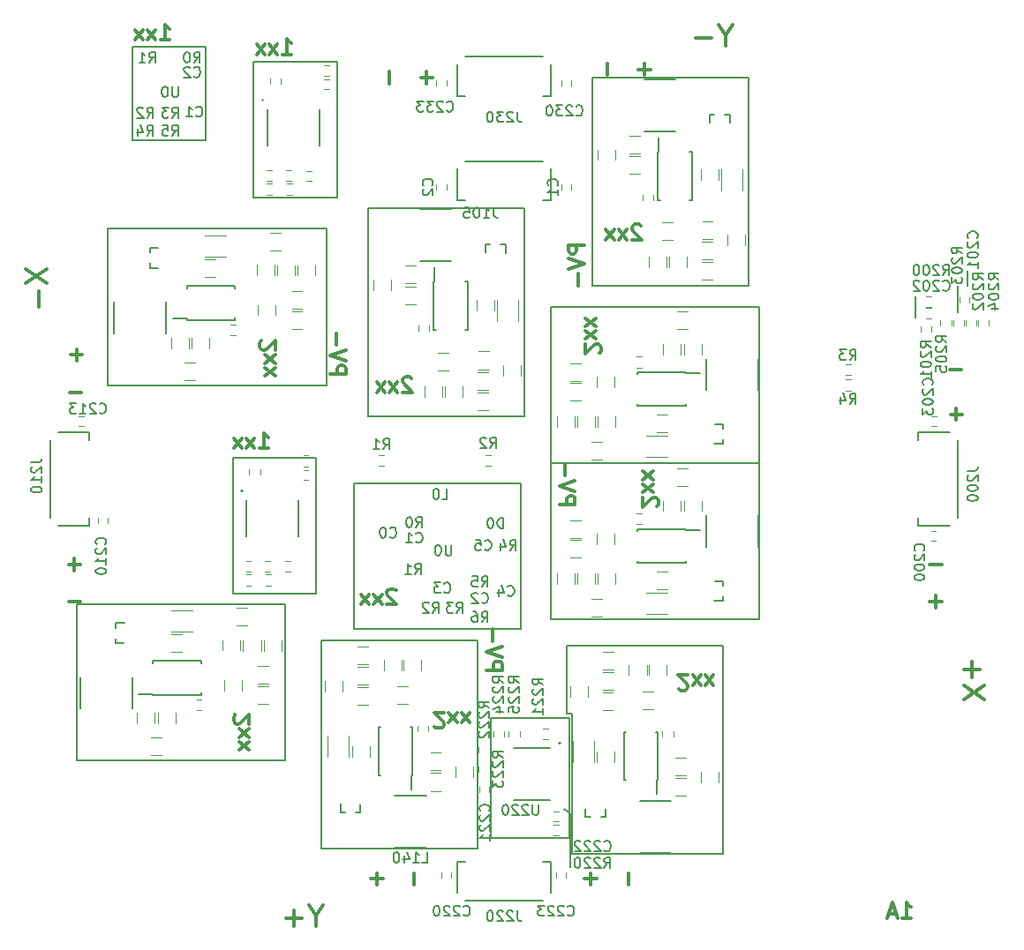
<source format=gbr>
G04 #@! TF.FileFunction,Legend,Bot*
%FSLAX46Y46*%
G04 Gerber Fmt 4.6, Leading zero omitted, Abs format (unit mm)*
G04 Created by KiCad (PCBNEW 4.0.7-e2-6376~58~ubuntu16.04.1) date Thu Mar 22 01:37:30 2018*
%MOMM*%
%LPD*%
G01*
G04 APERTURE LIST*
%ADD10C,0.100000*%
%ADD11C,0.300000*%
%ADD12C,0.200000*%
%ADD13C,0.150000*%
%ADD14C,0.120000*%
G04 APERTURE END LIST*
D10*
D11*
X145592857Y-52071428D02*
X145592857Y-50928571D01*
X145021429Y-51500000D02*
X146164286Y-51500000D01*
X141992857Y-52071428D02*
X141992857Y-50928571D01*
X166492857Y-51271428D02*
X166492857Y-50128571D01*
X165921429Y-50700000D02*
X167064286Y-50700000D01*
X162892857Y-51271428D02*
X162892857Y-50128571D01*
X195828572Y-83792857D02*
X196971429Y-83792857D01*
X196400000Y-83221429D02*
X196400000Y-84364286D01*
X195728572Y-79492857D02*
X196871429Y-79492857D01*
X193828572Y-101792857D02*
X194971429Y-101792857D01*
X194400000Y-101221429D02*
X194400000Y-102364286D01*
X193828572Y-98192857D02*
X194971429Y-98192857D01*
X161307143Y-127828572D02*
X161307143Y-128971429D01*
X161878571Y-128400000D02*
X160735714Y-128400000D01*
X164907143Y-127828572D02*
X164907143Y-128971429D01*
X140807143Y-127828572D02*
X140807143Y-128971429D01*
X141378571Y-128400000D02*
X140235714Y-128400000D01*
X144407143Y-127828572D02*
X144407143Y-128971429D01*
X112371428Y-101807143D02*
X111228571Y-101807143D01*
X112371428Y-98207143D02*
X111228571Y-98207143D01*
X111800000Y-98778571D02*
X111800000Y-97635714D01*
X112471428Y-81707143D02*
X111328571Y-81707143D01*
X112571428Y-78107143D02*
X111428571Y-78107143D01*
X112000000Y-78678571D02*
X112000000Y-77535714D01*
D12*
X154600000Y-90400000D02*
X154600000Y-104400000D01*
X138600000Y-90400000D02*
X154600000Y-90400000D01*
X138600000Y-104400000D02*
X138600000Y-90400000D01*
X154600000Y-104400000D02*
X138600000Y-104400000D01*
D13*
X142066666Y-95557143D02*
X142114285Y-95604762D01*
X142257142Y-95652381D01*
X142352380Y-95652381D01*
X142495238Y-95604762D01*
X142590476Y-95509524D01*
X142638095Y-95414286D01*
X142685714Y-95223810D01*
X142685714Y-95080952D01*
X142638095Y-94890476D01*
X142590476Y-94795238D01*
X142495238Y-94700000D01*
X142352380Y-94652381D01*
X142257142Y-94652381D01*
X142114285Y-94700000D01*
X142066666Y-94747619D01*
X141447619Y-94652381D02*
X141352380Y-94652381D01*
X141257142Y-94700000D01*
X141209523Y-94747619D01*
X141161904Y-94842857D01*
X141114285Y-95033333D01*
X141114285Y-95271429D01*
X141161904Y-95461905D01*
X141209523Y-95557143D01*
X141257142Y-95604762D01*
X141352380Y-95652381D01*
X141447619Y-95652381D01*
X141542857Y-95604762D01*
X141590476Y-95557143D01*
X141638095Y-95461905D01*
X141685714Y-95271429D01*
X141685714Y-95033333D01*
X141638095Y-94842857D01*
X141590476Y-94747619D01*
X141542857Y-94700000D01*
X141447619Y-94652381D01*
X144566666Y-96057143D02*
X144614285Y-96104762D01*
X144757142Y-96152381D01*
X144852380Y-96152381D01*
X144995238Y-96104762D01*
X145090476Y-96009524D01*
X145138095Y-95914286D01*
X145185714Y-95723810D01*
X145185714Y-95580952D01*
X145138095Y-95390476D01*
X145090476Y-95295238D01*
X144995238Y-95200000D01*
X144852380Y-95152381D01*
X144757142Y-95152381D01*
X144614285Y-95200000D01*
X144566666Y-95247619D01*
X143614285Y-96152381D02*
X144185714Y-96152381D01*
X143900000Y-96152381D02*
X143900000Y-95152381D01*
X143995238Y-95295238D01*
X144090476Y-95390476D01*
X144185714Y-95438095D01*
X144566666Y-94652381D02*
X144900000Y-94176190D01*
X145138095Y-94652381D02*
X145138095Y-93652381D01*
X144757142Y-93652381D01*
X144661904Y-93700000D01*
X144614285Y-93747619D01*
X144566666Y-93842857D01*
X144566666Y-93985714D01*
X144614285Y-94080952D01*
X144661904Y-94128571D01*
X144757142Y-94176190D01*
X145138095Y-94176190D01*
X143947619Y-93652381D02*
X143852380Y-93652381D01*
X143757142Y-93700000D01*
X143709523Y-93747619D01*
X143661904Y-93842857D01*
X143614285Y-94033333D01*
X143614285Y-94271429D01*
X143661904Y-94461905D01*
X143709523Y-94557143D01*
X143757142Y-94604762D01*
X143852380Y-94652381D01*
X143947619Y-94652381D01*
X144042857Y-94604762D01*
X144090476Y-94557143D01*
X144138095Y-94461905D01*
X144185714Y-94271429D01*
X144185714Y-94033333D01*
X144138095Y-93842857D01*
X144090476Y-93747619D01*
X144042857Y-93700000D01*
X143947619Y-93652381D01*
X147066666Y-91952381D02*
X147542857Y-91952381D01*
X147542857Y-90952381D01*
X146542857Y-90952381D02*
X146447618Y-90952381D01*
X146352380Y-91000000D01*
X146304761Y-91047619D01*
X146257142Y-91142857D01*
X146209523Y-91333333D01*
X146209523Y-91571429D01*
X146257142Y-91761905D01*
X146304761Y-91857143D01*
X146352380Y-91904762D01*
X146447618Y-91952381D01*
X146542857Y-91952381D01*
X146638095Y-91904762D01*
X146685714Y-91857143D01*
X146733333Y-91761905D01*
X146780952Y-91571429D01*
X146780952Y-91333333D01*
X146733333Y-91142857D01*
X146685714Y-91047619D01*
X146638095Y-91000000D01*
X146542857Y-90952381D01*
X152938095Y-94752381D02*
X152938095Y-93752381D01*
X152700000Y-93752381D01*
X152557142Y-93800000D01*
X152461904Y-93895238D01*
X152414285Y-93990476D01*
X152366666Y-94180952D01*
X152366666Y-94323810D01*
X152414285Y-94514286D01*
X152461904Y-94609524D01*
X152557142Y-94704762D01*
X152700000Y-94752381D01*
X152938095Y-94752381D01*
X151747619Y-93752381D02*
X151652380Y-93752381D01*
X151557142Y-93800000D01*
X151509523Y-93847619D01*
X151461904Y-93942857D01*
X151414285Y-94133333D01*
X151414285Y-94371429D01*
X151461904Y-94561905D01*
X151509523Y-94657143D01*
X151557142Y-94704762D01*
X151652380Y-94752381D01*
X151747619Y-94752381D01*
X151842857Y-94704762D01*
X151890476Y-94657143D01*
X151938095Y-94561905D01*
X151985714Y-94371429D01*
X151985714Y-94133333D01*
X151938095Y-93942857D01*
X151890476Y-93847619D01*
X151842857Y-93800000D01*
X151747619Y-93752381D01*
X144466666Y-99152381D02*
X144800000Y-98676190D01*
X145038095Y-99152381D02*
X145038095Y-98152381D01*
X144657142Y-98152381D01*
X144561904Y-98200000D01*
X144514285Y-98247619D01*
X144466666Y-98342857D01*
X144466666Y-98485714D01*
X144514285Y-98580952D01*
X144561904Y-98628571D01*
X144657142Y-98676190D01*
X145038095Y-98676190D01*
X143514285Y-99152381D02*
X144085714Y-99152381D01*
X143800000Y-99152381D02*
X143800000Y-98152381D01*
X143895238Y-98295238D01*
X143990476Y-98390476D01*
X144085714Y-98438095D01*
X147961905Y-96352381D02*
X147961905Y-97161905D01*
X147914286Y-97257143D01*
X147866667Y-97304762D01*
X147771429Y-97352381D01*
X147580952Y-97352381D01*
X147485714Y-97304762D01*
X147438095Y-97257143D01*
X147390476Y-97161905D01*
X147390476Y-96352381D01*
X146723810Y-96352381D02*
X146628571Y-96352381D01*
X146533333Y-96400000D01*
X146485714Y-96447619D01*
X146438095Y-96542857D01*
X146390476Y-96733333D01*
X146390476Y-96971429D01*
X146438095Y-97161905D01*
X146485714Y-97257143D01*
X146533333Y-97304762D01*
X146628571Y-97352381D01*
X146723810Y-97352381D01*
X146819048Y-97304762D01*
X146866667Y-97257143D01*
X146914286Y-97161905D01*
X146961905Y-96971429D01*
X146961905Y-96733333D01*
X146914286Y-96542857D01*
X146866667Y-96447619D01*
X146819048Y-96400000D01*
X146723810Y-96352381D01*
X151166666Y-96757143D02*
X151214285Y-96804762D01*
X151357142Y-96852381D01*
X151452380Y-96852381D01*
X151595238Y-96804762D01*
X151690476Y-96709524D01*
X151738095Y-96614286D01*
X151785714Y-96423810D01*
X151785714Y-96280952D01*
X151738095Y-96090476D01*
X151690476Y-95995238D01*
X151595238Y-95900000D01*
X151452380Y-95852381D01*
X151357142Y-95852381D01*
X151214285Y-95900000D01*
X151166666Y-95947619D01*
X150261904Y-95852381D02*
X150738095Y-95852381D01*
X150785714Y-96328571D01*
X150738095Y-96280952D01*
X150642857Y-96233333D01*
X150404761Y-96233333D01*
X150309523Y-96280952D01*
X150261904Y-96328571D01*
X150214285Y-96423810D01*
X150214285Y-96661905D01*
X150261904Y-96757143D01*
X150309523Y-96804762D01*
X150404761Y-96852381D01*
X150642857Y-96852381D01*
X150738095Y-96804762D01*
X150785714Y-96757143D01*
X153566666Y-96852381D02*
X153900000Y-96376190D01*
X154138095Y-96852381D02*
X154138095Y-95852381D01*
X153757142Y-95852381D01*
X153661904Y-95900000D01*
X153614285Y-95947619D01*
X153566666Y-96042857D01*
X153566666Y-96185714D01*
X153614285Y-96280952D01*
X153661904Y-96328571D01*
X153757142Y-96376190D01*
X154138095Y-96376190D01*
X152709523Y-96185714D02*
X152709523Y-96852381D01*
X152947619Y-95804762D02*
X153185714Y-96519048D01*
X152566666Y-96519048D01*
X153366666Y-101157143D02*
X153414285Y-101204762D01*
X153557142Y-101252381D01*
X153652380Y-101252381D01*
X153795238Y-101204762D01*
X153890476Y-101109524D01*
X153938095Y-101014286D01*
X153985714Y-100823810D01*
X153985714Y-100680952D01*
X153938095Y-100490476D01*
X153890476Y-100395238D01*
X153795238Y-100300000D01*
X153652380Y-100252381D01*
X153557142Y-100252381D01*
X153414285Y-100300000D01*
X153366666Y-100347619D01*
X152509523Y-100585714D02*
X152509523Y-101252381D01*
X152747619Y-100204762D02*
X152985714Y-100919048D01*
X152366666Y-100919048D01*
X150866666Y-100352381D02*
X151200000Y-99876190D01*
X151438095Y-100352381D02*
X151438095Y-99352381D01*
X151057142Y-99352381D01*
X150961904Y-99400000D01*
X150914285Y-99447619D01*
X150866666Y-99542857D01*
X150866666Y-99685714D01*
X150914285Y-99780952D01*
X150961904Y-99828571D01*
X151057142Y-99876190D01*
X151438095Y-99876190D01*
X149961904Y-99352381D02*
X150438095Y-99352381D01*
X150485714Y-99828571D01*
X150438095Y-99780952D01*
X150342857Y-99733333D01*
X150104761Y-99733333D01*
X150009523Y-99780952D01*
X149961904Y-99828571D01*
X149914285Y-99923810D01*
X149914285Y-100161905D01*
X149961904Y-100257143D01*
X150009523Y-100304762D01*
X150104761Y-100352381D01*
X150342857Y-100352381D01*
X150438095Y-100304762D01*
X150485714Y-100257143D01*
X150866666Y-101857143D02*
X150914285Y-101904762D01*
X151057142Y-101952381D01*
X151152380Y-101952381D01*
X151295238Y-101904762D01*
X151390476Y-101809524D01*
X151438095Y-101714286D01*
X151485714Y-101523810D01*
X151485714Y-101380952D01*
X151438095Y-101190476D01*
X151390476Y-101095238D01*
X151295238Y-101000000D01*
X151152380Y-100952381D01*
X151057142Y-100952381D01*
X150914285Y-101000000D01*
X150866666Y-101047619D01*
X150485714Y-101047619D02*
X150438095Y-101000000D01*
X150342857Y-100952381D01*
X150104761Y-100952381D01*
X150009523Y-101000000D01*
X149961904Y-101047619D01*
X149914285Y-101142857D01*
X149914285Y-101238095D01*
X149961904Y-101380952D01*
X150533333Y-101952381D01*
X149914285Y-101952381D01*
X150866666Y-103752381D02*
X151200000Y-103276190D01*
X151438095Y-103752381D02*
X151438095Y-102752381D01*
X151057142Y-102752381D01*
X150961904Y-102800000D01*
X150914285Y-102847619D01*
X150866666Y-102942857D01*
X150866666Y-103085714D01*
X150914285Y-103180952D01*
X150961904Y-103228571D01*
X151057142Y-103276190D01*
X151438095Y-103276190D01*
X150009523Y-102752381D02*
X150200000Y-102752381D01*
X150295238Y-102800000D01*
X150342857Y-102847619D01*
X150438095Y-102990476D01*
X150485714Y-103180952D01*
X150485714Y-103561905D01*
X150438095Y-103657143D01*
X150390476Y-103704762D01*
X150295238Y-103752381D01*
X150104761Y-103752381D01*
X150009523Y-103704762D01*
X149961904Y-103657143D01*
X149914285Y-103561905D01*
X149914285Y-103323810D01*
X149961904Y-103228571D01*
X150009523Y-103180952D01*
X150104761Y-103133333D01*
X150295238Y-103133333D01*
X150390476Y-103180952D01*
X150438095Y-103228571D01*
X150485714Y-103323810D01*
X147266666Y-100857143D02*
X147314285Y-100904762D01*
X147457142Y-100952381D01*
X147552380Y-100952381D01*
X147695238Y-100904762D01*
X147790476Y-100809524D01*
X147838095Y-100714286D01*
X147885714Y-100523810D01*
X147885714Y-100380952D01*
X147838095Y-100190476D01*
X147790476Y-100095238D01*
X147695238Y-100000000D01*
X147552380Y-99952381D01*
X147457142Y-99952381D01*
X147314285Y-100000000D01*
X147266666Y-100047619D01*
X146933333Y-99952381D02*
X146314285Y-99952381D01*
X146647619Y-100333333D01*
X146504761Y-100333333D01*
X146409523Y-100380952D01*
X146361904Y-100428571D01*
X146314285Y-100523810D01*
X146314285Y-100761905D01*
X146361904Y-100857143D01*
X146409523Y-100904762D01*
X146504761Y-100952381D01*
X146790476Y-100952381D01*
X146885714Y-100904762D01*
X146933333Y-100857143D01*
X148466666Y-102852381D02*
X148800000Y-102376190D01*
X149038095Y-102852381D02*
X149038095Y-101852381D01*
X148657142Y-101852381D01*
X148561904Y-101900000D01*
X148514285Y-101947619D01*
X148466666Y-102042857D01*
X148466666Y-102185714D01*
X148514285Y-102280952D01*
X148561904Y-102328571D01*
X148657142Y-102376190D01*
X149038095Y-102376190D01*
X148133333Y-101852381D02*
X147514285Y-101852381D01*
X147847619Y-102233333D01*
X147704761Y-102233333D01*
X147609523Y-102280952D01*
X147561904Y-102328571D01*
X147514285Y-102423810D01*
X147514285Y-102661905D01*
X147561904Y-102757143D01*
X147609523Y-102804762D01*
X147704761Y-102852381D01*
X147990476Y-102852381D01*
X148085714Y-102804762D01*
X148133333Y-102757143D01*
X146166666Y-102852381D02*
X146500000Y-102376190D01*
X146738095Y-102852381D02*
X146738095Y-101852381D01*
X146357142Y-101852381D01*
X146261904Y-101900000D01*
X146214285Y-101947619D01*
X146166666Y-102042857D01*
X146166666Y-102185714D01*
X146214285Y-102280952D01*
X146261904Y-102328571D01*
X146357142Y-102376190D01*
X146738095Y-102376190D01*
X145785714Y-101947619D02*
X145738095Y-101900000D01*
X145642857Y-101852381D01*
X145404761Y-101852381D01*
X145309523Y-101900000D01*
X145261904Y-101947619D01*
X145214285Y-102042857D01*
X145214285Y-102138095D01*
X145261904Y-102280952D01*
X145833333Y-102852381D01*
X145214285Y-102852381D01*
D12*
X124400000Y-48500000D02*
X124400000Y-57500000D01*
X117400000Y-48500000D02*
X124400000Y-48500000D01*
X117400000Y-57500000D02*
X117400000Y-48500000D01*
X124400000Y-57500000D02*
X117400000Y-57500000D01*
D13*
X118766666Y-57052381D02*
X119100000Y-56576190D01*
X119338095Y-57052381D02*
X119338095Y-56052381D01*
X118957142Y-56052381D01*
X118861904Y-56100000D01*
X118814285Y-56147619D01*
X118766666Y-56242857D01*
X118766666Y-56385714D01*
X118814285Y-56480952D01*
X118861904Y-56528571D01*
X118957142Y-56576190D01*
X119338095Y-56576190D01*
X117909523Y-56385714D02*
X117909523Y-57052381D01*
X118147619Y-56004762D02*
X118385714Y-56719048D01*
X117766666Y-56719048D01*
X121166666Y-57052381D02*
X121500000Y-56576190D01*
X121738095Y-57052381D02*
X121738095Y-56052381D01*
X121357142Y-56052381D01*
X121261904Y-56100000D01*
X121214285Y-56147619D01*
X121166666Y-56242857D01*
X121166666Y-56385714D01*
X121214285Y-56480952D01*
X121261904Y-56528571D01*
X121357142Y-56576190D01*
X121738095Y-56576190D01*
X120261904Y-56052381D02*
X120738095Y-56052381D01*
X120785714Y-56528571D01*
X120738095Y-56480952D01*
X120642857Y-56433333D01*
X120404761Y-56433333D01*
X120309523Y-56480952D01*
X120261904Y-56528571D01*
X120214285Y-56623810D01*
X120214285Y-56861905D01*
X120261904Y-56957143D01*
X120309523Y-57004762D01*
X120404761Y-57052381D01*
X120642857Y-57052381D01*
X120738095Y-57004762D01*
X120785714Y-56957143D01*
X118766666Y-55352381D02*
X119100000Y-54876190D01*
X119338095Y-55352381D02*
X119338095Y-54352381D01*
X118957142Y-54352381D01*
X118861904Y-54400000D01*
X118814285Y-54447619D01*
X118766666Y-54542857D01*
X118766666Y-54685714D01*
X118814285Y-54780952D01*
X118861904Y-54828571D01*
X118957142Y-54876190D01*
X119338095Y-54876190D01*
X118385714Y-54447619D02*
X118338095Y-54400000D01*
X118242857Y-54352381D01*
X118004761Y-54352381D01*
X117909523Y-54400000D01*
X117861904Y-54447619D01*
X117814285Y-54542857D01*
X117814285Y-54638095D01*
X117861904Y-54780952D01*
X118433333Y-55352381D01*
X117814285Y-55352381D01*
X121166666Y-55352381D02*
X121500000Y-54876190D01*
X121738095Y-55352381D02*
X121738095Y-54352381D01*
X121357142Y-54352381D01*
X121261904Y-54400000D01*
X121214285Y-54447619D01*
X121166666Y-54542857D01*
X121166666Y-54685714D01*
X121214285Y-54780952D01*
X121261904Y-54828571D01*
X121357142Y-54876190D01*
X121738095Y-54876190D01*
X120833333Y-54352381D02*
X120214285Y-54352381D01*
X120547619Y-54733333D01*
X120404761Y-54733333D01*
X120309523Y-54780952D01*
X120261904Y-54828571D01*
X120214285Y-54923810D01*
X120214285Y-55161905D01*
X120261904Y-55257143D01*
X120309523Y-55304762D01*
X120404761Y-55352381D01*
X120690476Y-55352381D01*
X120785714Y-55304762D01*
X120833333Y-55257143D01*
X123466666Y-55157143D02*
X123514285Y-55204762D01*
X123657142Y-55252381D01*
X123752380Y-55252381D01*
X123895238Y-55204762D01*
X123990476Y-55109524D01*
X124038095Y-55014286D01*
X124085714Y-54823810D01*
X124085714Y-54680952D01*
X124038095Y-54490476D01*
X123990476Y-54395238D01*
X123895238Y-54300000D01*
X123752380Y-54252381D01*
X123657142Y-54252381D01*
X123514285Y-54300000D01*
X123466666Y-54347619D01*
X122514285Y-55252381D02*
X123085714Y-55252381D01*
X122800000Y-55252381D02*
X122800000Y-54252381D01*
X122895238Y-54395238D01*
X122990476Y-54490476D01*
X123085714Y-54538095D01*
X121761905Y-52352381D02*
X121761905Y-53161905D01*
X121714286Y-53257143D01*
X121666667Y-53304762D01*
X121571429Y-53352381D01*
X121380952Y-53352381D01*
X121285714Y-53304762D01*
X121238095Y-53257143D01*
X121190476Y-53161905D01*
X121190476Y-52352381D01*
X120523810Y-52352381D02*
X120428571Y-52352381D01*
X120333333Y-52400000D01*
X120285714Y-52447619D01*
X120238095Y-52542857D01*
X120190476Y-52733333D01*
X120190476Y-52971429D01*
X120238095Y-53161905D01*
X120285714Y-53257143D01*
X120333333Y-53304762D01*
X120428571Y-53352381D01*
X120523810Y-53352381D01*
X120619048Y-53304762D01*
X120666667Y-53257143D01*
X120714286Y-53161905D01*
X120761905Y-52971429D01*
X120761905Y-52733333D01*
X120714286Y-52542857D01*
X120666667Y-52447619D01*
X120619048Y-52400000D01*
X120523810Y-52352381D01*
X123266666Y-51357143D02*
X123314285Y-51404762D01*
X123457142Y-51452381D01*
X123552380Y-51452381D01*
X123695238Y-51404762D01*
X123790476Y-51309524D01*
X123838095Y-51214286D01*
X123885714Y-51023810D01*
X123885714Y-50880952D01*
X123838095Y-50690476D01*
X123790476Y-50595238D01*
X123695238Y-50500000D01*
X123552380Y-50452381D01*
X123457142Y-50452381D01*
X123314285Y-50500000D01*
X123266666Y-50547619D01*
X122885714Y-50547619D02*
X122838095Y-50500000D01*
X122742857Y-50452381D01*
X122504761Y-50452381D01*
X122409523Y-50500000D01*
X122361904Y-50547619D01*
X122314285Y-50642857D01*
X122314285Y-50738095D01*
X122361904Y-50880952D01*
X122933333Y-51452381D01*
X122314285Y-51452381D01*
X123266666Y-50052381D02*
X123600000Y-49576190D01*
X123838095Y-50052381D02*
X123838095Y-49052381D01*
X123457142Y-49052381D01*
X123361904Y-49100000D01*
X123314285Y-49147619D01*
X123266666Y-49242857D01*
X123266666Y-49385714D01*
X123314285Y-49480952D01*
X123361904Y-49528571D01*
X123457142Y-49576190D01*
X123838095Y-49576190D01*
X122647619Y-49052381D02*
X122552380Y-49052381D01*
X122457142Y-49100000D01*
X122409523Y-49147619D01*
X122361904Y-49242857D01*
X122314285Y-49433333D01*
X122314285Y-49671429D01*
X122361904Y-49861905D01*
X122409523Y-49957143D01*
X122457142Y-50004762D01*
X122552380Y-50052381D01*
X122647619Y-50052381D01*
X122742857Y-50004762D01*
X122790476Y-49957143D01*
X122838095Y-49861905D01*
X122885714Y-49671429D01*
X122885714Y-49433333D01*
X122838095Y-49242857D01*
X122790476Y-49147619D01*
X122742857Y-49100000D01*
X122647619Y-49052381D01*
X118966666Y-50052381D02*
X119300000Y-49576190D01*
X119538095Y-50052381D02*
X119538095Y-49052381D01*
X119157142Y-49052381D01*
X119061904Y-49100000D01*
X119014285Y-49147619D01*
X118966666Y-49242857D01*
X118966666Y-49385714D01*
X119014285Y-49480952D01*
X119061904Y-49528571D01*
X119157142Y-49576190D01*
X119538095Y-49576190D01*
X118014285Y-50052381D02*
X118585714Y-50052381D01*
X118300000Y-50052381D02*
X118300000Y-49052381D01*
X118395238Y-49195238D01*
X118490476Y-49290476D01*
X118585714Y-49338095D01*
D11*
X166142857Y-65721429D02*
X166071428Y-65650000D01*
X165928571Y-65578571D01*
X165571428Y-65578571D01*
X165428571Y-65650000D01*
X165357142Y-65721429D01*
X165285714Y-65864286D01*
X165285714Y-66007143D01*
X165357142Y-66221429D01*
X166214285Y-67078571D01*
X165285714Y-67078571D01*
X164785714Y-67078571D02*
X164000000Y-66078571D01*
X164785714Y-66078571D02*
X164000000Y-67078571D01*
X163571428Y-67078571D02*
X162785714Y-66078571D01*
X163571428Y-66078571D02*
X162785714Y-67078571D01*
X162178571Y-77942857D02*
X162250000Y-77871428D01*
X162321429Y-77728571D01*
X162321429Y-77371428D01*
X162250000Y-77228571D01*
X162178571Y-77157142D01*
X162035714Y-77085714D01*
X161892857Y-77085714D01*
X161678571Y-77157142D01*
X160821429Y-78014285D01*
X160821429Y-77085714D01*
X160821429Y-76585714D02*
X161821429Y-75800000D01*
X161821429Y-76585714D02*
X160821429Y-75800000D01*
X160821429Y-75371428D02*
X161821429Y-74585714D01*
X161821429Y-75371428D02*
X160821429Y-74585714D01*
X167678571Y-92642857D02*
X167750000Y-92571428D01*
X167821429Y-92428571D01*
X167821429Y-92071428D01*
X167750000Y-91928571D01*
X167678571Y-91857142D01*
X167535714Y-91785714D01*
X167392857Y-91785714D01*
X167178571Y-91857142D01*
X166321429Y-92714285D01*
X166321429Y-91785714D01*
X166321429Y-91285714D02*
X167321429Y-90500000D01*
X167321429Y-91285714D02*
X166321429Y-90500000D01*
X166321429Y-90071428D02*
X167321429Y-89285714D01*
X167321429Y-90071428D02*
X166321429Y-89285714D01*
X169757143Y-110178571D02*
X169828572Y-110250000D01*
X169971429Y-110321429D01*
X170328572Y-110321429D01*
X170471429Y-110250000D01*
X170542858Y-110178571D01*
X170614286Y-110035714D01*
X170614286Y-109892857D01*
X170542858Y-109678571D01*
X169685715Y-108821429D01*
X170614286Y-108821429D01*
X171114286Y-108821429D02*
X171900000Y-109821429D01*
X171114286Y-109821429D02*
X171900000Y-108821429D01*
X172328572Y-108821429D02*
X173114286Y-109821429D01*
X172328572Y-109821429D02*
X173114286Y-108821429D01*
X146357143Y-113778571D02*
X146428572Y-113850000D01*
X146571429Y-113921429D01*
X146928572Y-113921429D01*
X147071429Y-113850000D01*
X147142858Y-113778571D01*
X147214286Y-113635714D01*
X147214286Y-113492857D01*
X147142858Y-113278571D01*
X146285715Y-112421429D01*
X147214286Y-112421429D01*
X147714286Y-112421429D02*
X148500000Y-113421429D01*
X147714286Y-113421429D02*
X148500000Y-112421429D01*
X148928572Y-112421429D02*
X149714286Y-113421429D01*
X148928572Y-113421429D02*
X149714286Y-112421429D01*
X127221429Y-112657143D02*
X127150000Y-112728572D01*
X127078571Y-112871429D01*
X127078571Y-113228572D01*
X127150000Y-113371429D01*
X127221429Y-113442858D01*
X127364286Y-113514286D01*
X127507143Y-113514286D01*
X127721429Y-113442858D01*
X128578571Y-112585715D01*
X128578571Y-113514286D01*
X128578571Y-114014286D02*
X127578571Y-114800000D01*
X127578571Y-114014286D02*
X128578571Y-114800000D01*
X128578571Y-115228572D02*
X127578571Y-116014286D01*
X127578571Y-115228572D02*
X128578571Y-116014286D01*
X129721429Y-76757143D02*
X129650000Y-76828572D01*
X129578571Y-76971429D01*
X129578571Y-77328572D01*
X129650000Y-77471429D01*
X129721429Y-77542858D01*
X129864286Y-77614286D01*
X130007143Y-77614286D01*
X130221429Y-77542858D01*
X131078571Y-76685715D01*
X131078571Y-77614286D01*
X131078571Y-78114286D02*
X130078571Y-78900000D01*
X130078571Y-78114286D02*
X131078571Y-78900000D01*
X131078571Y-79328572D02*
X130078571Y-80114286D01*
X130078571Y-79328572D02*
X131078571Y-80114286D01*
X144142857Y-80321429D02*
X144071428Y-80250000D01*
X143928571Y-80178571D01*
X143571428Y-80178571D01*
X143428571Y-80250000D01*
X143357142Y-80321429D01*
X143285714Y-80464286D01*
X143285714Y-80607143D01*
X143357142Y-80821429D01*
X144214285Y-81678571D01*
X143285714Y-81678571D01*
X142785714Y-81678571D02*
X142000000Y-80678571D01*
X142785714Y-80678571D02*
X142000000Y-81678571D01*
X141571428Y-81678571D02*
X140785714Y-80678571D01*
X141571428Y-80678571D02*
X140785714Y-81678571D01*
X129585714Y-87078571D02*
X130442857Y-87078571D01*
X130014285Y-87078571D02*
X130014285Y-85578571D01*
X130157142Y-85792857D01*
X130300000Y-85935714D01*
X130442857Y-86007143D01*
X129085714Y-87078571D02*
X128300000Y-86078571D01*
X129085714Y-86078571D02*
X128300000Y-87078571D01*
X127871428Y-87078571D02*
X127085714Y-86078571D01*
X127871428Y-86078571D02*
X127085714Y-87078571D01*
X131785714Y-49278571D02*
X132642857Y-49278571D01*
X132214285Y-49278571D02*
X132214285Y-47778571D01*
X132357142Y-47992857D01*
X132500000Y-48135714D01*
X132642857Y-48207143D01*
X131285714Y-49278571D02*
X130500000Y-48278571D01*
X131285714Y-48278571D02*
X130500000Y-49278571D01*
X130071428Y-49278571D02*
X129285714Y-48278571D01*
X130071428Y-48278571D02*
X129285714Y-49278571D01*
X120085714Y-47878571D02*
X120942857Y-47878571D01*
X120514285Y-47878571D02*
X120514285Y-46378571D01*
X120657142Y-46592857D01*
X120800000Y-46735714D01*
X120942857Y-46807143D01*
X119585714Y-47878571D02*
X118800000Y-46878571D01*
X119585714Y-46878571D02*
X118800000Y-47878571D01*
X118371428Y-47878571D02*
X117585714Y-46878571D01*
X118371428Y-46878571D02*
X117585714Y-47878571D01*
D12*
X159400000Y-122100000D02*
X158800000Y-121700000D01*
X159400000Y-123200000D02*
X159400000Y-122100000D01*
X159400000Y-127300000D02*
X159400000Y-123200000D01*
X192500000Y-72500000D02*
X192500000Y-74500000D01*
X197500000Y-70000000D02*
X197500000Y-71500000D01*
X196500000Y-71500000D02*
X196500000Y-74000000D01*
D11*
X158321429Y-92464285D02*
X159821429Y-92464285D01*
X159821429Y-91892857D01*
X159750000Y-91749999D01*
X159678571Y-91678571D01*
X159535714Y-91607142D01*
X159321429Y-91607142D01*
X159178571Y-91678571D01*
X159107143Y-91749999D01*
X159035714Y-91892857D01*
X159035714Y-92464285D01*
X159821429Y-91178571D02*
X158321429Y-90678571D01*
X159821429Y-90178571D01*
X158892857Y-89678571D02*
X158892857Y-88535714D01*
X151321429Y-108364285D02*
X152821429Y-108364285D01*
X152821429Y-107792857D01*
X152750000Y-107649999D01*
X152678571Y-107578571D01*
X152535714Y-107507142D01*
X152321429Y-107507142D01*
X152178571Y-107578571D01*
X152107143Y-107649999D01*
X152035714Y-107792857D01*
X152035714Y-108364285D01*
X152821429Y-107078571D02*
X151321429Y-106578571D01*
X152821429Y-106078571D01*
X151892857Y-105578571D02*
X151892857Y-104435714D01*
X136321429Y-79964285D02*
X137821429Y-79964285D01*
X137821429Y-79392857D01*
X137750000Y-79249999D01*
X137678571Y-79178571D01*
X137535714Y-79107142D01*
X137321429Y-79107142D01*
X137178571Y-79178571D01*
X137107143Y-79249999D01*
X137035714Y-79392857D01*
X137035714Y-79964285D01*
X137821429Y-78678571D02*
X136321429Y-78178571D01*
X137821429Y-77678571D01*
X136892857Y-77178571D02*
X136892857Y-76035714D01*
X160678571Y-67535715D02*
X159178571Y-67535715D01*
X159178571Y-68107143D01*
X159250000Y-68250001D01*
X159321429Y-68321429D01*
X159464286Y-68392858D01*
X159678571Y-68392858D01*
X159821429Y-68321429D01*
X159892857Y-68250001D01*
X159964286Y-68107143D01*
X159964286Y-67535715D01*
X159178571Y-68821429D02*
X160678571Y-69321429D01*
X159178571Y-69821429D01*
X160107143Y-70321429D02*
X160107143Y-71464286D01*
D12*
X161500000Y-51500000D02*
X162000000Y-51500000D01*
X161500000Y-71500000D02*
X161500000Y-51500000D01*
X176500000Y-71500000D02*
X161500000Y-71500000D01*
X176500000Y-51500000D02*
X176500000Y-71500000D01*
X162000000Y-51500000D02*
X176500000Y-51500000D01*
X155000000Y-64000000D02*
X140000000Y-64000000D01*
X155000000Y-84000000D02*
X155000000Y-64000000D01*
X140000000Y-84000000D02*
X155000000Y-84000000D01*
X140000000Y-64000000D02*
X140000000Y-84000000D01*
X157500000Y-73500000D02*
X157500000Y-88500000D01*
X177500000Y-73500000D02*
X157500000Y-73500000D01*
X177500000Y-88500000D02*
X177500000Y-73500000D01*
X157500000Y-103500000D02*
X158000000Y-103500000D01*
X157500000Y-88500000D02*
X157500000Y-103500000D01*
X177500000Y-88500000D02*
X157500000Y-88500000D01*
X177500000Y-103500000D02*
X177500000Y-88500000D01*
X158000000Y-103500000D02*
X177500000Y-103500000D01*
X174000000Y-106000000D02*
X173500000Y-106000000D01*
X174000000Y-126000000D02*
X174000000Y-106000000D01*
X173000000Y-126000000D02*
X174000000Y-126000000D01*
X159500000Y-126000000D02*
X173000000Y-126000000D01*
X159500000Y-112500000D02*
X159500000Y-126000000D01*
X159000000Y-112500000D02*
X159500000Y-112500000D01*
X159000000Y-106000000D02*
X159000000Y-112500000D01*
X159000000Y-106000000D02*
X173500000Y-106000000D01*
X150500000Y-105500000D02*
X135500000Y-105500000D01*
X150500000Y-125500000D02*
X150500000Y-105500000D01*
X135500000Y-125500000D02*
X150500000Y-125500000D01*
X135500000Y-105500000D02*
X135500000Y-125500000D01*
X112000000Y-102000000D02*
X112000000Y-117000000D01*
X132000000Y-102000000D02*
X112000000Y-102000000D01*
X132000000Y-117000000D02*
X132000000Y-102000000D01*
X112000000Y-117000000D02*
X132000000Y-117000000D01*
X136000000Y-66000000D02*
X115000000Y-66000000D01*
X136000000Y-81000000D02*
X136000000Y-66000000D01*
X115000000Y-81000000D02*
X136000000Y-81000000D01*
X115000000Y-66000000D02*
X115000000Y-81000000D01*
X159250000Y-113000000D02*
X159250000Y-113500000D01*
X151750000Y-113000000D02*
X159250000Y-113000000D01*
X159250000Y-119000000D02*
X159250000Y-113500000D01*
X159250000Y-124500000D02*
X159250000Y-119000000D01*
X159000000Y-124500000D02*
X159250000Y-124500000D01*
X151750000Y-124500000D02*
X159000000Y-124500000D01*
X151750000Y-113000000D02*
X151750000Y-124500000D01*
X127000000Y-101000000D02*
X127000000Y-100000000D01*
X135000000Y-101000000D02*
X127000000Y-101000000D01*
X135000000Y-100000000D02*
X135000000Y-101000000D01*
X135000000Y-88000000D02*
X135000000Y-100000000D01*
X127000000Y-88000000D02*
X135000000Y-88000000D01*
X127000000Y-100000000D02*
X127000000Y-88000000D01*
X137000000Y-63000000D02*
X129000000Y-63000000D01*
X137000000Y-50000000D02*
X137000000Y-63000000D01*
X129000000Y-50000000D02*
X137000000Y-50000000D01*
X129000000Y-63000000D02*
X129000000Y-50000000D01*
D11*
X142642857Y-100721429D02*
X142571428Y-100650000D01*
X142428571Y-100578571D01*
X142071428Y-100578571D01*
X141928571Y-100650000D01*
X141857142Y-100721429D01*
X141785714Y-100864286D01*
X141785714Y-101007143D01*
X141857142Y-101221429D01*
X142714285Y-102078571D01*
X141785714Y-102078571D01*
X141285714Y-102078571D02*
X140500000Y-101078571D01*
X141285714Y-101078571D02*
X140500000Y-102078571D01*
X140071428Y-102078571D02*
X139285714Y-101078571D01*
X140071428Y-101078571D02*
X139285714Y-102078571D01*
X191214285Y-132178571D02*
X192071428Y-132178571D01*
X191642856Y-132178571D02*
X191642856Y-130678571D01*
X191785713Y-130892857D01*
X191928571Y-131035714D01*
X192071428Y-131107143D01*
X190642857Y-131750000D02*
X189928571Y-131750000D01*
X190785714Y-132178571D02*
X190285714Y-130678571D01*
X189785714Y-132178571D01*
X199095238Y-111154762D02*
X197095238Y-109821428D01*
X199095238Y-109821428D02*
X197095238Y-111154762D01*
X197857143Y-109059524D02*
X197857143Y-107535714D01*
X197095238Y-108297619D02*
X198619048Y-108297619D01*
X134988095Y-131952381D02*
X134988095Y-132904762D01*
X135654762Y-130904762D02*
X134988095Y-131952381D01*
X134321428Y-130904762D01*
X133654762Y-132142857D02*
X132130952Y-132142857D01*
X132892857Y-132904762D02*
X132892857Y-131380952D01*
X107154762Y-69845238D02*
X109154762Y-71178572D01*
X107154762Y-71178572D02*
X109154762Y-69845238D01*
X108392857Y-71940476D02*
X108392857Y-73464286D01*
X174238095Y-47452381D02*
X174238095Y-48404762D01*
X174904762Y-46404762D02*
X174238095Y-47452381D01*
X173571428Y-46404762D01*
X172904762Y-47642857D02*
X171380952Y-47642857D01*
D13*
X158420711Y-115350000D02*
G75*
G03X158420711Y-115350000I-70711J0D01*
G01*
X153950000Y-120800000D02*
X157450000Y-120800000D01*
X153950000Y-115800000D02*
X157450000Y-115800000D01*
D14*
X193450000Y-73630000D02*
X193950000Y-73630000D01*
X193950000Y-74570000D02*
X193450000Y-74570000D01*
X134250000Y-90070000D02*
X133750000Y-90070000D01*
X133750000Y-89130000D02*
X134250000Y-89130000D01*
X157750000Y-121930000D02*
X158250000Y-121930000D01*
X158250000Y-122870000D02*
X157750000Y-122870000D01*
X136250000Y-52570000D02*
X135750000Y-52570000D01*
X135750000Y-51630000D02*
X136250000Y-51630000D01*
X141500000Y-88780000D02*
X141000000Y-88780000D01*
X141000000Y-87720000D02*
X141500000Y-87720000D01*
X151750000Y-88780000D02*
X151250000Y-88780000D01*
X151250000Y-87720000D02*
X151750000Y-87720000D01*
X197270000Y-75250000D02*
X197270000Y-74750000D01*
X198330000Y-74750000D02*
X198330000Y-75250000D01*
X199530000Y-74750000D02*
X199530000Y-75250000D01*
X198470000Y-75250000D02*
X198470000Y-74750000D01*
X128750000Y-98930000D02*
X128250000Y-98930000D01*
X128250000Y-97870000D02*
X128750000Y-97870000D01*
X128250000Y-99170000D02*
X128750000Y-99170000D01*
X128750000Y-100230000D02*
X128250000Y-100230000D01*
X150570000Y-116250000D02*
X150570000Y-115750000D01*
X151630000Y-115750000D02*
X151630000Y-116250000D01*
X153030000Y-114250000D02*
X153030000Y-114750000D01*
X151970000Y-114750000D02*
X151970000Y-114250000D01*
X130750000Y-61430000D02*
X130250000Y-61430000D01*
X130250000Y-60370000D02*
X130750000Y-60370000D01*
X130250000Y-61670000D02*
X130750000Y-61670000D01*
X130750000Y-62730000D02*
X130250000Y-62730000D01*
X196070000Y-75250000D02*
X196070000Y-74750000D01*
X197130000Y-74750000D02*
X197130000Y-75250000D01*
X195930000Y-74750000D02*
X195930000Y-75250000D01*
X194870000Y-75250000D02*
X194870000Y-74750000D01*
X130100000Y-97870000D02*
X130600000Y-97870000D01*
X130600000Y-98930000D02*
X130100000Y-98930000D01*
X130650000Y-100230000D02*
X130150000Y-100230000D01*
X130150000Y-99170000D02*
X130650000Y-99170000D01*
X151630000Y-117600000D02*
X151630000Y-118100000D01*
X150570000Y-118100000D02*
X150570000Y-117600000D01*
X154530000Y-114250000D02*
X154530000Y-114750000D01*
X153470000Y-114750000D02*
X153470000Y-114250000D01*
X132100000Y-60370000D02*
X132600000Y-60370000D01*
X132600000Y-61430000D02*
X132100000Y-61430000D01*
X132650000Y-62730000D02*
X132150000Y-62730000D01*
X132150000Y-61670000D02*
X132650000Y-61670000D01*
X194030000Y-75350000D02*
X194030000Y-75850000D01*
X192970000Y-75850000D02*
X192970000Y-75350000D01*
X193500000Y-72470000D02*
X194000000Y-72470000D01*
X194000000Y-73530000D02*
X193500000Y-73530000D01*
X129630000Y-89050000D02*
X129630000Y-89550000D01*
X128570000Y-89550000D02*
X128570000Y-89050000D01*
X134250000Y-88830000D02*
X133750000Y-88830000D01*
X133750000Y-87770000D02*
X134250000Y-87770000D01*
X156750000Y-113970000D02*
X157250000Y-113970000D01*
X157250000Y-115030000D02*
X156750000Y-115030000D01*
X157750000Y-123170000D02*
X158250000Y-123170000D01*
X158250000Y-124230000D02*
X157750000Y-124230000D01*
X131630000Y-51550000D02*
X131630000Y-52050000D01*
X130570000Y-52050000D02*
X130570000Y-51550000D01*
X136250000Y-51330000D02*
X135750000Y-51330000D01*
X135750000Y-50270000D02*
X136250000Y-50270000D01*
D13*
X170424800Y-94806396D02*
X170424800Y-94906396D01*
X165774800Y-94806396D02*
X165774800Y-95006396D01*
X165774800Y-98056396D02*
X165774800Y-97856396D01*
X170424800Y-98056396D02*
X170424800Y-97856396D01*
X170424800Y-94806396D02*
X165774800Y-94806396D01*
X170424800Y-98056396D02*
X165774800Y-98056396D01*
X170424800Y-94906396D02*
X171774800Y-94906396D01*
X170424800Y-79762600D02*
X170424800Y-79862600D01*
X165774800Y-79762600D02*
X165774800Y-79962600D01*
X165774800Y-83012600D02*
X165774800Y-82812600D01*
X170424800Y-83012600D02*
X170424800Y-82812600D01*
X170424800Y-79762600D02*
X165774800Y-79762600D01*
X170424800Y-83012600D02*
X165774800Y-83012600D01*
X170424800Y-79862600D02*
X171774800Y-79862600D01*
X122575200Y-74737400D02*
X122575200Y-74637400D01*
X127225200Y-74737400D02*
X127225200Y-74537400D01*
X127225200Y-71487400D02*
X127225200Y-71687400D01*
X122575200Y-71487400D02*
X122575200Y-71687400D01*
X122575200Y-74737400D02*
X127225200Y-74737400D01*
X122575200Y-71487400D02*
X127225200Y-71487400D01*
X122575200Y-74637400D02*
X121225200Y-74637400D01*
X119325200Y-110737400D02*
X119325200Y-110637400D01*
X123975200Y-110737400D02*
X123975200Y-110537400D01*
X123975200Y-107487400D02*
X123975200Y-107687400D01*
X119325200Y-107487400D02*
X119325200Y-107687400D01*
X119325200Y-110737400D02*
X123975200Y-110737400D01*
X119325200Y-107487400D02*
X123975200Y-107487400D01*
X119325200Y-110637400D02*
X117975200Y-110637400D01*
X144237400Y-118424800D02*
X144137400Y-118424800D01*
X144237400Y-113774800D02*
X144037400Y-113774800D01*
X140987400Y-113774800D02*
X141187400Y-113774800D01*
X140987400Y-118424800D02*
X141187400Y-118424800D01*
X144237400Y-118424800D02*
X144237400Y-113774800D01*
X140987400Y-118424800D02*
X140987400Y-113774800D01*
X144137400Y-118424800D02*
X144137400Y-119774800D01*
X167737400Y-118924800D02*
X167637400Y-118924800D01*
X167737400Y-114274800D02*
X167537400Y-114274800D01*
X164487400Y-114274800D02*
X164687400Y-114274800D01*
X164487400Y-118924800D02*
X164687400Y-118924800D01*
X167737400Y-118924800D02*
X167737400Y-114274800D01*
X164487400Y-118924800D02*
X164487400Y-114274800D01*
X167637400Y-118924800D02*
X167637400Y-120274800D01*
X167762600Y-58575200D02*
X167862600Y-58575200D01*
X167762600Y-63225200D02*
X167962600Y-63225200D01*
X171012600Y-63225200D02*
X170812600Y-63225200D01*
X171012600Y-58575200D02*
X170812600Y-58575200D01*
X167762600Y-58575200D02*
X167762600Y-63225200D01*
X171012600Y-58575200D02*
X171012600Y-63225200D01*
X167862600Y-58575200D02*
X167862600Y-57225200D01*
X146262600Y-71075200D02*
X146362600Y-71075200D01*
X146262600Y-75725200D02*
X146462600Y-75725200D01*
X149512600Y-75725200D02*
X149312600Y-75725200D01*
X149512600Y-71075200D02*
X149312600Y-71075200D01*
X146262600Y-71075200D02*
X146262600Y-75725200D01*
X149512600Y-71075200D02*
X149512600Y-75725200D01*
X146362600Y-71075200D02*
X146362600Y-69725200D01*
D14*
X134550000Y-61370000D02*
X134050000Y-61370000D01*
X134050000Y-60430000D02*
X134550000Y-60430000D01*
X197670000Y-72550000D02*
X197670000Y-73050000D01*
X196730000Y-73050000D02*
X196730000Y-72550000D01*
X132550000Y-98870000D02*
X132050000Y-98870000D01*
X132050000Y-97930000D02*
X132550000Y-97930000D01*
X150630000Y-120050000D02*
X150630000Y-119550000D01*
X151570000Y-119550000D02*
X151570000Y-120050000D01*
X169600000Y-73950000D02*
X170600000Y-73950000D01*
X170600000Y-75650000D02*
X169600000Y-75650000D01*
X169950000Y-77050000D02*
X169950000Y-78050000D01*
X168250000Y-78050000D02*
X168250000Y-77050000D01*
X160064800Y-85008600D02*
X160064800Y-84008600D01*
X161764800Y-84008600D02*
X161764800Y-85008600D01*
X161893600Y-81198600D02*
X161893600Y-80198600D01*
X163593600Y-80198600D02*
X163593600Y-81198600D01*
X161400000Y-86450000D02*
X162400000Y-86450000D01*
X162400000Y-88150000D02*
X161400000Y-88150000D01*
X167676000Y-83865000D02*
X168676000Y-83865000D01*
X168676000Y-85565000D02*
X167676000Y-85565000D01*
X123400000Y-80550000D02*
X122400000Y-80550000D01*
X122400000Y-78850000D02*
X123400000Y-78850000D01*
X123050000Y-77450000D02*
X123050000Y-76450000D01*
X124750000Y-76450000D02*
X124750000Y-77450000D01*
X132935200Y-69491400D02*
X132935200Y-70491400D01*
X131235200Y-70491400D02*
X131235200Y-69491400D01*
X131106400Y-73301400D02*
X131106400Y-74301400D01*
X129406400Y-74301400D02*
X129406400Y-73301400D01*
X131600000Y-68050000D02*
X130600000Y-68050000D01*
X130600000Y-66350000D02*
X131600000Y-66350000D01*
X125324000Y-70635000D02*
X124324000Y-70635000D01*
X124324000Y-68935000D02*
X125324000Y-68935000D01*
X120150000Y-116550000D02*
X119150000Y-116550000D01*
X119150000Y-114850000D02*
X120150000Y-114850000D01*
X119800000Y-113450000D02*
X119800000Y-112450000D01*
X121500000Y-112450000D02*
X121500000Y-113450000D01*
X129685200Y-105491400D02*
X129685200Y-106491400D01*
X127985200Y-106491400D02*
X127985200Y-105491400D01*
X127856400Y-109301400D02*
X127856400Y-110301400D01*
X126156400Y-110301400D02*
X126156400Y-109301400D01*
X128350000Y-104050000D02*
X127350000Y-104050000D01*
X127350000Y-102350000D02*
X128350000Y-102350000D01*
X122074000Y-106635000D02*
X121074000Y-106635000D01*
X121074000Y-104935000D02*
X122074000Y-104935000D01*
X150050000Y-117600000D02*
X150050000Y-118600000D01*
X148350000Y-118600000D02*
X148350000Y-117600000D01*
X146950000Y-117950000D02*
X145950000Y-117950000D01*
X145950000Y-116250000D02*
X146950000Y-116250000D01*
X138991400Y-108064800D02*
X139991400Y-108064800D01*
X139991400Y-109764800D02*
X138991400Y-109764800D01*
X142801400Y-109893600D02*
X143801400Y-109893600D01*
X143801400Y-111593600D02*
X142801400Y-111593600D01*
X137550000Y-109400000D02*
X137550000Y-110400000D01*
X135850000Y-110400000D02*
X135850000Y-109400000D01*
X140135000Y-115676000D02*
X140135000Y-116676000D01*
X138435000Y-116676000D02*
X138435000Y-115676000D01*
X173550000Y-118100000D02*
X173550000Y-119100000D01*
X171850000Y-119100000D02*
X171850000Y-118100000D01*
X170450000Y-118450000D02*
X169450000Y-118450000D01*
X169450000Y-116750000D02*
X170450000Y-116750000D01*
X162491400Y-108564800D02*
X163491400Y-108564800D01*
X163491400Y-110264800D02*
X162491400Y-110264800D01*
X166301400Y-110393600D02*
X167301400Y-110393600D01*
X167301400Y-112093600D02*
X166301400Y-112093600D01*
X161050000Y-109900000D02*
X161050000Y-110900000D01*
X159350000Y-110900000D02*
X159350000Y-109900000D01*
X163635000Y-116176000D02*
X163635000Y-117176000D01*
X161935000Y-117176000D02*
X161935000Y-116176000D01*
X161950000Y-59400000D02*
X161950000Y-58400000D01*
X163650000Y-58400000D02*
X163650000Y-59400000D01*
X165050000Y-59050000D02*
X166050000Y-59050000D01*
X166050000Y-60750000D02*
X165050000Y-60750000D01*
X173008600Y-68935200D02*
X172008600Y-68935200D01*
X172008600Y-67235200D02*
X173008600Y-67235200D01*
X169198600Y-67106400D02*
X168198600Y-67106400D01*
X168198600Y-65406400D02*
X169198600Y-65406400D01*
X174450000Y-67600000D02*
X174450000Y-66600000D01*
X176150000Y-66600000D02*
X176150000Y-67600000D01*
X171865000Y-61324000D02*
X171865000Y-60324000D01*
X173565000Y-60324000D02*
X173565000Y-61324000D01*
X140450000Y-71900000D02*
X140450000Y-70900000D01*
X142150000Y-70900000D02*
X142150000Y-71900000D01*
X143550000Y-71550000D02*
X144550000Y-71550000D01*
X144550000Y-73250000D02*
X143550000Y-73250000D01*
X151508600Y-81435200D02*
X150508600Y-81435200D01*
X150508600Y-79735200D02*
X151508600Y-79735200D01*
X147698600Y-79606400D02*
X146698600Y-79606400D01*
X146698600Y-77906400D02*
X147698600Y-77906400D01*
X152950000Y-80100000D02*
X152950000Y-79100000D01*
X154650000Y-79100000D02*
X154650000Y-80100000D01*
X150365000Y-73824000D02*
X150365000Y-72824000D01*
X152065000Y-72824000D02*
X152065000Y-73824000D01*
D13*
X177381600Y-96508996D02*
X177381600Y-93508996D01*
X172381600Y-93508996D02*
X172381600Y-96508996D01*
X177381600Y-81465200D02*
X177381600Y-78465200D01*
X172381600Y-78465200D02*
X172381600Y-81465200D01*
X115618400Y-73034800D02*
X115618400Y-76034800D01*
X120618400Y-76034800D02*
X120618400Y-73034800D01*
X112368400Y-109034800D02*
X112368400Y-112034800D01*
X117368400Y-112034800D02*
X117368400Y-109034800D01*
X142534800Y-125381600D02*
X145534800Y-125381600D01*
X145534800Y-120381600D02*
X142534800Y-120381600D01*
X166034800Y-125881600D02*
X169034800Y-125881600D01*
X169034800Y-120881600D02*
X166034800Y-120881600D01*
X169465200Y-51618400D02*
X166465200Y-51618400D01*
X166465200Y-56618400D02*
X169465200Y-56618400D01*
X147965200Y-64118400D02*
X144965200Y-64118400D01*
X144965200Y-69118400D02*
X147965200Y-69118400D01*
D14*
X170250000Y-93093796D02*
X170250000Y-92093796D01*
X171950000Y-92093796D02*
X171950000Y-93093796D01*
X166241600Y-94370596D02*
X165741600Y-94370596D01*
X165741600Y-93310596D02*
X166241600Y-93310596D01*
X160348000Y-95652596D02*
X159348000Y-95652596D01*
X159348000Y-93952596D02*
X160348000Y-93952596D01*
X160348000Y-97557596D02*
X159348000Y-97557596D01*
X159348000Y-95857596D02*
X160348000Y-95857596D01*
X166668000Y-100897796D02*
X168668000Y-100897796D01*
X168668000Y-102937796D02*
X166668000Y-102937796D01*
X163720600Y-99077796D02*
X163720600Y-100077796D01*
X162020600Y-100077796D02*
X162020600Y-99077796D01*
X158109000Y-100052396D02*
X158109000Y-99052396D01*
X159809000Y-99052396D02*
X159809000Y-100052396D01*
X170250000Y-78050000D02*
X170250000Y-77050000D01*
X171950000Y-77050000D02*
X171950000Y-78050000D01*
X166241600Y-79326800D02*
X165741600Y-79326800D01*
X165741600Y-78266800D02*
X166241600Y-78266800D01*
X160348000Y-80608800D02*
X159348000Y-80608800D01*
X159348000Y-78908800D02*
X160348000Y-78908800D01*
X160348000Y-82513800D02*
X159348000Y-82513800D01*
X159348000Y-80813800D02*
X160348000Y-80813800D01*
X166668000Y-85854000D02*
X168668000Y-85854000D01*
X168668000Y-87894000D02*
X166668000Y-87894000D01*
X163720600Y-84034000D02*
X163720600Y-85034000D01*
X162020600Y-85034000D02*
X162020600Y-84034000D01*
X158109000Y-85008600D02*
X158109000Y-84008600D01*
X159809000Y-84008600D02*
X159809000Y-85008600D01*
X122750000Y-76450000D02*
X122750000Y-77450000D01*
X121050000Y-77450000D02*
X121050000Y-76450000D01*
X126758400Y-75173200D02*
X127258400Y-75173200D01*
X127258400Y-76233200D02*
X126758400Y-76233200D01*
X132652000Y-73891200D02*
X133652000Y-73891200D01*
X133652000Y-75591200D02*
X132652000Y-75591200D01*
X132652000Y-71986200D02*
X133652000Y-71986200D01*
X133652000Y-73686200D02*
X132652000Y-73686200D01*
X126332000Y-68646000D02*
X124332000Y-68646000D01*
X124332000Y-66606000D02*
X126332000Y-66606000D01*
X129279400Y-70466000D02*
X129279400Y-69466000D01*
X130979400Y-69466000D02*
X130979400Y-70466000D01*
X134891000Y-69491400D02*
X134891000Y-70491400D01*
X133191000Y-70491400D02*
X133191000Y-69491400D01*
X119500000Y-112450000D02*
X119500000Y-113450000D01*
X117800000Y-113450000D02*
X117800000Y-112450000D01*
X123508400Y-111173200D02*
X124008400Y-111173200D01*
X124008400Y-112233200D02*
X123508400Y-112233200D01*
X129402000Y-109891200D02*
X130402000Y-109891200D01*
X130402000Y-111591200D02*
X129402000Y-111591200D01*
X129402000Y-107986200D02*
X130402000Y-107986200D01*
X130402000Y-109686200D02*
X129402000Y-109686200D01*
X123082000Y-104646000D02*
X121082000Y-104646000D01*
X121082000Y-102606000D02*
X123082000Y-102606000D01*
X126029400Y-106466000D02*
X126029400Y-105466000D01*
X127729400Y-105466000D02*
X127729400Y-106466000D01*
X131641000Y-105491400D02*
X131641000Y-106491400D01*
X129941000Y-106491400D02*
X129941000Y-105491400D01*
X145950000Y-118250000D02*
X146950000Y-118250000D01*
X146950000Y-119950000D02*
X145950000Y-119950000D01*
X144673200Y-114241600D02*
X144673200Y-113741600D01*
X145733200Y-113741600D02*
X145733200Y-114241600D01*
X143391200Y-108348000D02*
X143391200Y-107348000D01*
X145091200Y-107348000D02*
X145091200Y-108348000D01*
X141486200Y-108348000D02*
X141486200Y-107348000D01*
X143186200Y-107348000D02*
X143186200Y-108348000D01*
X138146000Y-114668000D02*
X138146000Y-116668000D01*
X136106000Y-116668000D02*
X136106000Y-114668000D01*
X139966000Y-111720600D02*
X138966000Y-111720600D01*
X138966000Y-110020600D02*
X139966000Y-110020600D01*
X138991400Y-106109000D02*
X139991400Y-106109000D01*
X139991400Y-107809000D02*
X138991400Y-107809000D01*
X169450000Y-118750000D02*
X170450000Y-118750000D01*
X170450000Y-120450000D02*
X169450000Y-120450000D01*
X168173200Y-114741600D02*
X168173200Y-114241600D01*
X169233200Y-114241600D02*
X169233200Y-114741600D01*
X166891200Y-108848000D02*
X166891200Y-107848000D01*
X168591200Y-107848000D02*
X168591200Y-108848000D01*
X164986200Y-108848000D02*
X164986200Y-107848000D01*
X166686200Y-107848000D02*
X166686200Y-108848000D01*
X161646000Y-115168000D02*
X161646000Y-117168000D01*
X159606000Y-117168000D02*
X159606000Y-115168000D01*
X163466000Y-112220600D02*
X162466000Y-112220600D01*
X162466000Y-110520600D02*
X163466000Y-110520600D01*
X162491400Y-106609000D02*
X163491400Y-106609000D01*
X163491400Y-108309000D02*
X162491400Y-108309000D01*
X166050000Y-58750000D02*
X165050000Y-58750000D01*
X165050000Y-57050000D02*
X166050000Y-57050000D01*
X167326800Y-62758400D02*
X167326800Y-63258400D01*
X166266800Y-63258400D02*
X166266800Y-62758400D01*
X168608800Y-68652000D02*
X168608800Y-69652000D01*
X166908800Y-69652000D02*
X166908800Y-68652000D01*
X170513800Y-68652000D02*
X170513800Y-69652000D01*
X168813800Y-69652000D02*
X168813800Y-68652000D01*
X173854000Y-62332000D02*
X173854000Y-60332000D01*
X175894000Y-60332000D02*
X175894000Y-62332000D01*
X172034000Y-65279400D02*
X173034000Y-65279400D01*
X173034000Y-66979400D02*
X172034000Y-66979400D01*
X173008600Y-70891000D02*
X172008600Y-70891000D01*
X172008600Y-69191000D02*
X173008600Y-69191000D01*
X144550000Y-71250000D02*
X143550000Y-71250000D01*
X143550000Y-69550000D02*
X144550000Y-69550000D01*
X145826800Y-75258400D02*
X145826800Y-75758400D01*
X144766800Y-75758400D02*
X144766800Y-75258400D01*
X147108800Y-81152000D02*
X147108800Y-82152000D01*
X145408800Y-82152000D02*
X145408800Y-81152000D01*
X149013800Y-81152000D02*
X149013800Y-82152000D01*
X147313800Y-82152000D02*
X147313800Y-81152000D01*
X152354000Y-74832000D02*
X152354000Y-72832000D01*
X154394000Y-72832000D02*
X154394000Y-74832000D01*
X150534000Y-77779400D02*
X151534000Y-77779400D01*
X151534000Y-79479400D02*
X150534000Y-79479400D01*
X151508600Y-83391000D02*
X150508600Y-83391000D01*
X150508600Y-81691000D02*
X151508600Y-81691000D01*
D13*
X152713600Y-67520100D02*
X153094600Y-67520100D01*
X153094600Y-67520100D02*
X153158100Y-67520100D01*
X153158100Y-67520100D02*
X153158100Y-68345600D01*
X151253100Y-67520100D02*
X151697600Y-67520100D01*
X151253100Y-67520100D02*
X151253100Y-68282100D01*
X196500000Y-86250000D02*
X196500000Y-93750000D01*
X192750000Y-85500000D02*
X195750000Y-85500000D01*
X192750000Y-86250000D02*
X192750000Y-85500000D01*
X192750000Y-94500000D02*
X195750000Y-94500000D01*
X192750000Y-94250000D02*
X192750000Y-94500000D01*
X192750000Y-94000000D02*
X192750000Y-94250000D01*
X192750000Y-93750000D02*
X192750000Y-94000000D01*
X149250000Y-59500000D02*
X156750000Y-59500000D01*
X148500000Y-63250000D02*
X148500000Y-60250000D01*
X149250000Y-63250000D02*
X148500000Y-63250000D01*
X157500000Y-63250000D02*
X157500000Y-60250000D01*
X157250000Y-63250000D02*
X157500000Y-63250000D01*
X157000000Y-63250000D02*
X157250000Y-63250000D01*
X156750000Y-63250000D02*
X157000000Y-63250000D01*
X109500000Y-93750000D02*
X109500000Y-86250000D01*
X113250000Y-94500000D02*
X110250000Y-94500000D01*
X113250000Y-93750000D02*
X113250000Y-94500000D01*
X113250000Y-85500000D02*
X110250000Y-85500000D01*
X113250000Y-85750000D02*
X113250000Y-85500000D01*
X113250000Y-86000000D02*
X113250000Y-85750000D01*
X113250000Y-86250000D02*
X113250000Y-86000000D01*
X156750000Y-130500000D02*
X149250000Y-130500000D01*
X157500000Y-126750000D02*
X157500000Y-129750000D01*
X156750000Y-126750000D02*
X157500000Y-126750000D01*
X148500000Y-126750000D02*
X148500000Y-129750000D01*
X148750000Y-126750000D02*
X148500000Y-126750000D01*
X149000000Y-126750000D02*
X148750000Y-126750000D01*
X149250000Y-126750000D02*
X149000000Y-126750000D01*
X149250000Y-49500000D02*
X156750000Y-49500000D01*
X148500000Y-53250000D02*
X148500000Y-50250000D01*
X149250000Y-53250000D02*
X148500000Y-53250000D01*
X157500000Y-53250000D02*
X157500000Y-50250000D01*
X157250000Y-53250000D02*
X157500000Y-53250000D01*
X157000000Y-53250000D02*
X157250000Y-53250000D01*
X156750000Y-53250000D02*
X157000000Y-53250000D01*
X127920711Y-91150000D02*
G75*
G03X127920711Y-91150000I-70711J0D01*
G01*
X133300000Y-95550000D02*
X133300000Y-92050000D01*
X128300000Y-95550000D02*
X128300000Y-92050000D01*
X129920711Y-53650000D02*
G75*
G03X129920711Y-53650000I-70711J0D01*
G01*
X135300000Y-58050000D02*
X135300000Y-54550000D01*
X130300000Y-58050000D02*
X130300000Y-54550000D01*
D14*
X158530000Y-52250000D02*
X158530000Y-51750000D01*
X159470000Y-51750000D02*
X159470000Y-52250000D01*
X147470000Y-51750000D02*
X147470000Y-52250000D01*
X146530000Y-52250000D02*
X146530000Y-51750000D01*
X169600000Y-88993796D02*
X170600000Y-88993796D01*
X170600000Y-90693796D02*
X169600000Y-90693796D01*
X169950000Y-92093796D02*
X169950000Y-93093796D01*
X168250000Y-93093796D02*
X168250000Y-92093796D01*
X160064800Y-100052396D02*
X160064800Y-99052396D01*
X161764800Y-99052396D02*
X161764800Y-100052396D01*
X161893600Y-96242396D02*
X161893600Y-95242396D01*
X163593600Y-95242396D02*
X163593600Y-96242396D01*
X161400000Y-101493796D02*
X162400000Y-101493796D01*
X162400000Y-103193796D02*
X161400000Y-103193796D01*
X167676000Y-98908796D02*
X168676000Y-98908796D01*
X168676000Y-100608796D02*
X167676000Y-100608796D01*
X193950000Y-95030000D02*
X194450000Y-95030000D01*
X194450000Y-95970000D02*
X193950000Y-95970000D01*
X194500000Y-84970000D02*
X194000000Y-84970000D01*
X194000000Y-84030000D02*
X194500000Y-84030000D01*
X114030000Y-94250000D02*
X114030000Y-93750000D01*
X114970000Y-93750000D02*
X114970000Y-94250000D01*
X112200000Y-84030000D02*
X112700000Y-84030000D01*
X112700000Y-84970000D02*
X112200000Y-84970000D01*
X147970000Y-127750000D02*
X147970000Y-128250000D01*
X147030000Y-128250000D02*
X147030000Y-127750000D01*
X158030000Y-128250000D02*
X158030000Y-127750000D01*
X158970000Y-127750000D02*
X158970000Y-128250000D01*
D13*
X174213600Y-55020100D02*
X174594600Y-55020100D01*
X174594600Y-55020100D02*
X174658100Y-55020100D01*
X174658100Y-55020100D02*
X174658100Y-55845600D01*
X172753100Y-55020100D02*
X173197600Y-55020100D01*
X172753100Y-55020100D02*
X172753100Y-55782100D01*
X119020100Y-68286400D02*
X119020100Y-67905400D01*
X119020100Y-67905400D02*
X119020100Y-67841900D01*
X119020100Y-67841900D02*
X119845600Y-67841900D01*
X119020100Y-69746900D02*
X119020100Y-69302400D01*
X119020100Y-69746900D02*
X119782100Y-69746900D01*
X115770100Y-104286400D02*
X115770100Y-103905400D01*
X115770100Y-103905400D02*
X115770100Y-103841900D01*
X115770100Y-103841900D02*
X116595600Y-103841900D01*
X115770100Y-105746900D02*
X115770100Y-105302400D01*
X115770100Y-105746900D02*
X116532100Y-105746900D01*
X137786400Y-121979900D02*
X137405400Y-121979900D01*
X137405400Y-121979900D02*
X137341900Y-121979900D01*
X137341900Y-121979900D02*
X137341900Y-121154400D01*
X139246900Y-121979900D02*
X138802400Y-121979900D01*
X139246900Y-121979900D02*
X139246900Y-121217900D01*
X161286400Y-122479900D02*
X160905400Y-122479900D01*
X160905400Y-122479900D02*
X160841900Y-122479900D01*
X160841900Y-122479900D02*
X160841900Y-121654400D01*
X162746900Y-122479900D02*
X162302400Y-122479900D01*
X162746900Y-122479900D02*
X162746900Y-121717900D01*
X173979900Y-86213600D02*
X173979900Y-86594600D01*
X173979900Y-86594600D02*
X173979900Y-86658100D01*
X173979900Y-86658100D02*
X173154400Y-86658100D01*
X173979900Y-84753100D02*
X173979900Y-85197600D01*
X173979900Y-84753100D02*
X173217900Y-84753100D01*
X173979900Y-101257396D02*
X173979900Y-101638396D01*
X173979900Y-101638396D02*
X173979900Y-101701896D01*
X173979900Y-101701896D02*
X173154400Y-101701896D01*
X173979900Y-99796896D02*
X173979900Y-100241396D01*
X173979900Y-99796896D02*
X173217900Y-99796896D01*
D14*
X158530000Y-62250000D02*
X158530000Y-61750000D01*
X159470000Y-61750000D02*
X159470000Y-62250000D01*
X146530000Y-62250000D02*
X146530000Y-61750000D01*
X147470000Y-61750000D02*
X147470000Y-62250000D01*
X185750000Y-78970000D02*
X186250000Y-78970000D01*
X186250000Y-80030000D02*
X185750000Y-80030000D01*
X186250000Y-81530000D02*
X185750000Y-81530000D01*
X185750000Y-80470000D02*
X186250000Y-80470000D01*
D13*
X156314286Y-121252381D02*
X156314286Y-122061905D01*
X156266667Y-122157143D01*
X156219048Y-122204762D01*
X156123810Y-122252381D01*
X155933333Y-122252381D01*
X155838095Y-122204762D01*
X155790476Y-122157143D01*
X155742857Y-122061905D01*
X155742857Y-121252381D01*
X155314286Y-121347619D02*
X155266667Y-121300000D01*
X155171429Y-121252381D01*
X154933333Y-121252381D01*
X154838095Y-121300000D01*
X154790476Y-121347619D01*
X154742857Y-121442857D01*
X154742857Y-121538095D01*
X154790476Y-121680952D01*
X155361905Y-122252381D01*
X154742857Y-122252381D01*
X154361905Y-121347619D02*
X154314286Y-121300000D01*
X154219048Y-121252381D01*
X153980952Y-121252381D01*
X153885714Y-121300000D01*
X153838095Y-121347619D01*
X153790476Y-121442857D01*
X153790476Y-121538095D01*
X153838095Y-121680952D01*
X154409524Y-122252381D01*
X153790476Y-122252381D01*
X153171429Y-121252381D02*
X153076190Y-121252381D01*
X152980952Y-121300000D01*
X152933333Y-121347619D01*
X152885714Y-121442857D01*
X152838095Y-121633333D01*
X152838095Y-121871429D01*
X152885714Y-122061905D01*
X152933333Y-122157143D01*
X152980952Y-122204762D01*
X153076190Y-122252381D01*
X153171429Y-122252381D01*
X153266667Y-122204762D01*
X153314286Y-122157143D01*
X153361905Y-122061905D01*
X153409524Y-121871429D01*
X153409524Y-121633333D01*
X153361905Y-121442857D01*
X153314286Y-121347619D01*
X153266667Y-121300000D01*
X153171429Y-121252381D01*
X195119047Y-71857143D02*
X195166666Y-71904762D01*
X195309523Y-71952381D01*
X195404761Y-71952381D01*
X195547619Y-71904762D01*
X195642857Y-71809524D01*
X195690476Y-71714286D01*
X195738095Y-71523810D01*
X195738095Y-71380952D01*
X195690476Y-71190476D01*
X195642857Y-71095238D01*
X195547619Y-71000000D01*
X195404761Y-70952381D01*
X195309523Y-70952381D01*
X195166666Y-71000000D01*
X195119047Y-71047619D01*
X194738095Y-71047619D02*
X194690476Y-71000000D01*
X194595238Y-70952381D01*
X194357142Y-70952381D01*
X194261904Y-71000000D01*
X194214285Y-71047619D01*
X194166666Y-71142857D01*
X194166666Y-71238095D01*
X194214285Y-71380952D01*
X194785714Y-71952381D01*
X194166666Y-71952381D01*
X193547619Y-70952381D02*
X193452380Y-70952381D01*
X193357142Y-71000000D01*
X193309523Y-71047619D01*
X193261904Y-71142857D01*
X193214285Y-71333333D01*
X193214285Y-71571429D01*
X193261904Y-71761905D01*
X193309523Y-71857143D01*
X193357142Y-71904762D01*
X193452380Y-71952381D01*
X193547619Y-71952381D01*
X193642857Y-71904762D01*
X193690476Y-71857143D01*
X193738095Y-71761905D01*
X193785714Y-71571429D01*
X193785714Y-71333333D01*
X193738095Y-71142857D01*
X193690476Y-71047619D01*
X193642857Y-71000000D01*
X193547619Y-70952381D01*
X192833333Y-71047619D02*
X192785714Y-71000000D01*
X192690476Y-70952381D01*
X192452380Y-70952381D01*
X192357142Y-71000000D01*
X192309523Y-71047619D01*
X192261904Y-71142857D01*
X192261904Y-71238095D01*
X192309523Y-71380952D01*
X192880952Y-71952381D01*
X192261904Y-71952381D01*
X162619047Y-125657143D02*
X162666666Y-125704762D01*
X162809523Y-125752381D01*
X162904761Y-125752381D01*
X163047619Y-125704762D01*
X163142857Y-125609524D01*
X163190476Y-125514286D01*
X163238095Y-125323810D01*
X163238095Y-125180952D01*
X163190476Y-124990476D01*
X163142857Y-124895238D01*
X163047619Y-124800000D01*
X162904761Y-124752381D01*
X162809523Y-124752381D01*
X162666666Y-124800000D01*
X162619047Y-124847619D01*
X162238095Y-124847619D02*
X162190476Y-124800000D01*
X162095238Y-124752381D01*
X161857142Y-124752381D01*
X161761904Y-124800000D01*
X161714285Y-124847619D01*
X161666666Y-124942857D01*
X161666666Y-125038095D01*
X161714285Y-125180952D01*
X162285714Y-125752381D01*
X161666666Y-125752381D01*
X161285714Y-124847619D02*
X161238095Y-124800000D01*
X161142857Y-124752381D01*
X160904761Y-124752381D01*
X160809523Y-124800000D01*
X160761904Y-124847619D01*
X160714285Y-124942857D01*
X160714285Y-125038095D01*
X160761904Y-125180952D01*
X161333333Y-125752381D01*
X160714285Y-125752381D01*
X160333333Y-124847619D02*
X160285714Y-124800000D01*
X160190476Y-124752381D01*
X159952380Y-124752381D01*
X159857142Y-124800000D01*
X159809523Y-124847619D01*
X159761904Y-124942857D01*
X159761904Y-125038095D01*
X159809523Y-125180952D01*
X160380952Y-125752381D01*
X159761904Y-125752381D01*
X141416666Y-87152381D02*
X141750000Y-86676190D01*
X141988095Y-87152381D02*
X141988095Y-86152381D01*
X141607142Y-86152381D01*
X141511904Y-86200000D01*
X141464285Y-86247619D01*
X141416666Y-86342857D01*
X141416666Y-86485714D01*
X141464285Y-86580952D01*
X141511904Y-86628571D01*
X141607142Y-86676190D01*
X141988095Y-86676190D01*
X140464285Y-87152381D02*
X141035714Y-87152381D01*
X140750000Y-87152381D02*
X140750000Y-86152381D01*
X140845238Y-86295238D01*
X140940476Y-86390476D01*
X141035714Y-86438095D01*
X151666666Y-87052381D02*
X152000000Y-86576190D01*
X152238095Y-87052381D02*
X152238095Y-86052381D01*
X151857142Y-86052381D01*
X151761904Y-86100000D01*
X151714285Y-86147619D01*
X151666666Y-86242857D01*
X151666666Y-86385714D01*
X151714285Y-86480952D01*
X151761904Y-86528571D01*
X151857142Y-86576190D01*
X152238095Y-86576190D01*
X151285714Y-86147619D02*
X151238095Y-86100000D01*
X151142857Y-86052381D01*
X150904761Y-86052381D01*
X150809523Y-86100000D01*
X150761904Y-86147619D01*
X150714285Y-86242857D01*
X150714285Y-86338095D01*
X150761904Y-86480952D01*
X151333333Y-87052381D01*
X150714285Y-87052381D01*
X198952381Y-70880953D02*
X198476190Y-70547619D01*
X198952381Y-70309524D02*
X197952381Y-70309524D01*
X197952381Y-70690477D01*
X198000000Y-70785715D01*
X198047619Y-70833334D01*
X198142857Y-70880953D01*
X198285714Y-70880953D01*
X198380952Y-70833334D01*
X198428571Y-70785715D01*
X198476190Y-70690477D01*
X198476190Y-70309524D01*
X198047619Y-71261905D02*
X198000000Y-71309524D01*
X197952381Y-71404762D01*
X197952381Y-71642858D01*
X198000000Y-71738096D01*
X198047619Y-71785715D01*
X198142857Y-71833334D01*
X198238095Y-71833334D01*
X198380952Y-71785715D01*
X198952381Y-71214286D01*
X198952381Y-71833334D01*
X197952381Y-72452381D02*
X197952381Y-72547620D01*
X198000000Y-72642858D01*
X198047619Y-72690477D01*
X198142857Y-72738096D01*
X198333333Y-72785715D01*
X198571429Y-72785715D01*
X198761905Y-72738096D01*
X198857143Y-72690477D01*
X198904762Y-72642858D01*
X198952381Y-72547620D01*
X198952381Y-72452381D01*
X198904762Y-72357143D01*
X198857143Y-72309524D01*
X198761905Y-72261905D01*
X198571429Y-72214286D01*
X198333333Y-72214286D01*
X198142857Y-72261905D01*
X198047619Y-72309524D01*
X198000000Y-72357143D01*
X197952381Y-72452381D01*
X198047619Y-73166667D02*
X198000000Y-73214286D01*
X197952381Y-73309524D01*
X197952381Y-73547620D01*
X198000000Y-73642858D01*
X198047619Y-73690477D01*
X198142857Y-73738096D01*
X198238095Y-73738096D01*
X198380952Y-73690477D01*
X198952381Y-73119048D01*
X198952381Y-73738096D01*
X200452381Y-70880953D02*
X199976190Y-70547619D01*
X200452381Y-70309524D02*
X199452381Y-70309524D01*
X199452381Y-70690477D01*
X199500000Y-70785715D01*
X199547619Y-70833334D01*
X199642857Y-70880953D01*
X199785714Y-70880953D01*
X199880952Y-70833334D01*
X199928571Y-70785715D01*
X199976190Y-70690477D01*
X199976190Y-70309524D01*
X199547619Y-71261905D02*
X199500000Y-71309524D01*
X199452381Y-71404762D01*
X199452381Y-71642858D01*
X199500000Y-71738096D01*
X199547619Y-71785715D01*
X199642857Y-71833334D01*
X199738095Y-71833334D01*
X199880952Y-71785715D01*
X200452381Y-71214286D01*
X200452381Y-71833334D01*
X199452381Y-72452381D02*
X199452381Y-72547620D01*
X199500000Y-72642858D01*
X199547619Y-72690477D01*
X199642857Y-72738096D01*
X199833333Y-72785715D01*
X200071429Y-72785715D01*
X200261905Y-72738096D01*
X200357143Y-72690477D01*
X200404762Y-72642858D01*
X200452381Y-72547620D01*
X200452381Y-72452381D01*
X200404762Y-72357143D01*
X200357143Y-72309524D01*
X200261905Y-72261905D01*
X200071429Y-72214286D01*
X199833333Y-72214286D01*
X199642857Y-72261905D01*
X199547619Y-72309524D01*
X199500000Y-72357143D01*
X199452381Y-72452381D01*
X199785714Y-73642858D02*
X200452381Y-73642858D01*
X199404762Y-73404762D02*
X200119048Y-73166667D01*
X200119048Y-73785715D01*
X151552381Y-111980953D02*
X151076190Y-111647619D01*
X151552381Y-111409524D02*
X150552381Y-111409524D01*
X150552381Y-111790477D01*
X150600000Y-111885715D01*
X150647619Y-111933334D01*
X150742857Y-111980953D01*
X150885714Y-111980953D01*
X150980952Y-111933334D01*
X151028571Y-111885715D01*
X151076190Y-111790477D01*
X151076190Y-111409524D01*
X150647619Y-112361905D02*
X150600000Y-112409524D01*
X150552381Y-112504762D01*
X150552381Y-112742858D01*
X150600000Y-112838096D01*
X150647619Y-112885715D01*
X150742857Y-112933334D01*
X150838095Y-112933334D01*
X150980952Y-112885715D01*
X151552381Y-112314286D01*
X151552381Y-112933334D01*
X150647619Y-113314286D02*
X150600000Y-113361905D01*
X150552381Y-113457143D01*
X150552381Y-113695239D01*
X150600000Y-113790477D01*
X150647619Y-113838096D01*
X150742857Y-113885715D01*
X150838095Y-113885715D01*
X150980952Y-113838096D01*
X151552381Y-113266667D01*
X151552381Y-113885715D01*
X150647619Y-114266667D02*
X150600000Y-114314286D01*
X150552381Y-114409524D01*
X150552381Y-114647620D01*
X150600000Y-114742858D01*
X150647619Y-114790477D01*
X150742857Y-114838096D01*
X150838095Y-114838096D01*
X150980952Y-114790477D01*
X151552381Y-114219048D01*
X151552381Y-114838096D01*
X152952381Y-109580953D02*
X152476190Y-109247619D01*
X152952381Y-109009524D02*
X151952381Y-109009524D01*
X151952381Y-109390477D01*
X152000000Y-109485715D01*
X152047619Y-109533334D01*
X152142857Y-109580953D01*
X152285714Y-109580953D01*
X152380952Y-109533334D01*
X152428571Y-109485715D01*
X152476190Y-109390477D01*
X152476190Y-109009524D01*
X152047619Y-109961905D02*
X152000000Y-110009524D01*
X151952381Y-110104762D01*
X151952381Y-110342858D01*
X152000000Y-110438096D01*
X152047619Y-110485715D01*
X152142857Y-110533334D01*
X152238095Y-110533334D01*
X152380952Y-110485715D01*
X152952381Y-109914286D01*
X152952381Y-110533334D01*
X152047619Y-110914286D02*
X152000000Y-110961905D01*
X151952381Y-111057143D01*
X151952381Y-111295239D01*
X152000000Y-111390477D01*
X152047619Y-111438096D01*
X152142857Y-111485715D01*
X152238095Y-111485715D01*
X152380952Y-111438096D01*
X152952381Y-110866667D01*
X152952381Y-111485715D01*
X152285714Y-112342858D02*
X152952381Y-112342858D01*
X151904762Y-112104762D02*
X152619048Y-111866667D01*
X152619048Y-112485715D01*
X196952381Y-68380953D02*
X196476190Y-68047619D01*
X196952381Y-67809524D02*
X195952381Y-67809524D01*
X195952381Y-68190477D01*
X196000000Y-68285715D01*
X196047619Y-68333334D01*
X196142857Y-68380953D01*
X196285714Y-68380953D01*
X196380952Y-68333334D01*
X196428571Y-68285715D01*
X196476190Y-68190477D01*
X196476190Y-67809524D01*
X196047619Y-68761905D02*
X196000000Y-68809524D01*
X195952381Y-68904762D01*
X195952381Y-69142858D01*
X196000000Y-69238096D01*
X196047619Y-69285715D01*
X196142857Y-69333334D01*
X196238095Y-69333334D01*
X196380952Y-69285715D01*
X196952381Y-68714286D01*
X196952381Y-69333334D01*
X195952381Y-69952381D02*
X195952381Y-70047620D01*
X196000000Y-70142858D01*
X196047619Y-70190477D01*
X196142857Y-70238096D01*
X196333333Y-70285715D01*
X196571429Y-70285715D01*
X196761905Y-70238096D01*
X196857143Y-70190477D01*
X196904762Y-70142858D01*
X196952381Y-70047620D01*
X196952381Y-69952381D01*
X196904762Y-69857143D01*
X196857143Y-69809524D01*
X196761905Y-69761905D01*
X196571429Y-69714286D01*
X196333333Y-69714286D01*
X196142857Y-69761905D01*
X196047619Y-69809524D01*
X196000000Y-69857143D01*
X195952381Y-69952381D01*
X195952381Y-70619048D02*
X195952381Y-71238096D01*
X196333333Y-70904762D01*
X196333333Y-71047620D01*
X196380952Y-71142858D01*
X196428571Y-71190477D01*
X196523810Y-71238096D01*
X196761905Y-71238096D01*
X196857143Y-71190477D01*
X196904762Y-71142858D01*
X196952381Y-71047620D01*
X196952381Y-70761905D01*
X196904762Y-70666667D01*
X196857143Y-70619048D01*
X195452381Y-76880953D02*
X194976190Y-76547619D01*
X195452381Y-76309524D02*
X194452381Y-76309524D01*
X194452381Y-76690477D01*
X194500000Y-76785715D01*
X194547619Y-76833334D01*
X194642857Y-76880953D01*
X194785714Y-76880953D01*
X194880952Y-76833334D01*
X194928571Y-76785715D01*
X194976190Y-76690477D01*
X194976190Y-76309524D01*
X194547619Y-77261905D02*
X194500000Y-77309524D01*
X194452381Y-77404762D01*
X194452381Y-77642858D01*
X194500000Y-77738096D01*
X194547619Y-77785715D01*
X194642857Y-77833334D01*
X194738095Y-77833334D01*
X194880952Y-77785715D01*
X195452381Y-77214286D01*
X195452381Y-77833334D01*
X194452381Y-78452381D02*
X194452381Y-78547620D01*
X194500000Y-78642858D01*
X194547619Y-78690477D01*
X194642857Y-78738096D01*
X194833333Y-78785715D01*
X195071429Y-78785715D01*
X195261905Y-78738096D01*
X195357143Y-78690477D01*
X195404762Y-78642858D01*
X195452381Y-78547620D01*
X195452381Y-78452381D01*
X195404762Y-78357143D01*
X195357143Y-78309524D01*
X195261905Y-78261905D01*
X195071429Y-78214286D01*
X194833333Y-78214286D01*
X194642857Y-78261905D01*
X194547619Y-78309524D01*
X194500000Y-78357143D01*
X194452381Y-78452381D01*
X194452381Y-79690477D02*
X194452381Y-79214286D01*
X194928571Y-79166667D01*
X194880952Y-79214286D01*
X194833333Y-79309524D01*
X194833333Y-79547620D01*
X194880952Y-79642858D01*
X194928571Y-79690477D01*
X195023810Y-79738096D01*
X195261905Y-79738096D01*
X195357143Y-79690477D01*
X195404762Y-79642858D01*
X195452381Y-79547620D01*
X195452381Y-79309524D01*
X195404762Y-79214286D01*
X195357143Y-79166667D01*
X152902381Y-116730953D02*
X152426190Y-116397619D01*
X152902381Y-116159524D02*
X151902381Y-116159524D01*
X151902381Y-116540477D01*
X151950000Y-116635715D01*
X151997619Y-116683334D01*
X152092857Y-116730953D01*
X152235714Y-116730953D01*
X152330952Y-116683334D01*
X152378571Y-116635715D01*
X152426190Y-116540477D01*
X152426190Y-116159524D01*
X151997619Y-117111905D02*
X151950000Y-117159524D01*
X151902381Y-117254762D01*
X151902381Y-117492858D01*
X151950000Y-117588096D01*
X151997619Y-117635715D01*
X152092857Y-117683334D01*
X152188095Y-117683334D01*
X152330952Y-117635715D01*
X152902381Y-117064286D01*
X152902381Y-117683334D01*
X151997619Y-118064286D02*
X151950000Y-118111905D01*
X151902381Y-118207143D01*
X151902381Y-118445239D01*
X151950000Y-118540477D01*
X151997619Y-118588096D01*
X152092857Y-118635715D01*
X152188095Y-118635715D01*
X152330952Y-118588096D01*
X152902381Y-118016667D01*
X152902381Y-118635715D01*
X151902381Y-118969048D02*
X151902381Y-119588096D01*
X152283333Y-119254762D01*
X152283333Y-119397620D01*
X152330952Y-119492858D01*
X152378571Y-119540477D01*
X152473810Y-119588096D01*
X152711905Y-119588096D01*
X152807143Y-119540477D01*
X152854762Y-119492858D01*
X152902381Y-119397620D01*
X152902381Y-119111905D01*
X152854762Y-119016667D01*
X152807143Y-118969048D01*
X154452381Y-109580953D02*
X153976190Y-109247619D01*
X154452381Y-109009524D02*
X153452381Y-109009524D01*
X153452381Y-109390477D01*
X153500000Y-109485715D01*
X153547619Y-109533334D01*
X153642857Y-109580953D01*
X153785714Y-109580953D01*
X153880952Y-109533334D01*
X153928571Y-109485715D01*
X153976190Y-109390477D01*
X153976190Y-109009524D01*
X153547619Y-109961905D02*
X153500000Y-110009524D01*
X153452381Y-110104762D01*
X153452381Y-110342858D01*
X153500000Y-110438096D01*
X153547619Y-110485715D01*
X153642857Y-110533334D01*
X153738095Y-110533334D01*
X153880952Y-110485715D01*
X154452381Y-109914286D01*
X154452381Y-110533334D01*
X153547619Y-110914286D02*
X153500000Y-110961905D01*
X153452381Y-111057143D01*
X153452381Y-111295239D01*
X153500000Y-111390477D01*
X153547619Y-111438096D01*
X153642857Y-111485715D01*
X153738095Y-111485715D01*
X153880952Y-111438096D01*
X154452381Y-110866667D01*
X154452381Y-111485715D01*
X153452381Y-112390477D02*
X153452381Y-111914286D01*
X153928571Y-111866667D01*
X153880952Y-111914286D01*
X153833333Y-112009524D01*
X153833333Y-112247620D01*
X153880952Y-112342858D01*
X153928571Y-112390477D01*
X154023810Y-112438096D01*
X154261905Y-112438096D01*
X154357143Y-112390477D01*
X154404762Y-112342858D01*
X154452381Y-112247620D01*
X154452381Y-112009524D01*
X154404762Y-111914286D01*
X154357143Y-111866667D01*
X193952381Y-77380953D02*
X193476190Y-77047619D01*
X193952381Y-76809524D02*
X192952381Y-76809524D01*
X192952381Y-77190477D01*
X193000000Y-77285715D01*
X193047619Y-77333334D01*
X193142857Y-77380953D01*
X193285714Y-77380953D01*
X193380952Y-77333334D01*
X193428571Y-77285715D01*
X193476190Y-77190477D01*
X193476190Y-76809524D01*
X193047619Y-77761905D02*
X193000000Y-77809524D01*
X192952381Y-77904762D01*
X192952381Y-78142858D01*
X193000000Y-78238096D01*
X193047619Y-78285715D01*
X193142857Y-78333334D01*
X193238095Y-78333334D01*
X193380952Y-78285715D01*
X193952381Y-77714286D01*
X193952381Y-78333334D01*
X192952381Y-78952381D02*
X192952381Y-79047620D01*
X193000000Y-79142858D01*
X193047619Y-79190477D01*
X193142857Y-79238096D01*
X193333333Y-79285715D01*
X193571429Y-79285715D01*
X193761905Y-79238096D01*
X193857143Y-79190477D01*
X193904762Y-79142858D01*
X193952381Y-79047620D01*
X193952381Y-78952381D01*
X193904762Y-78857143D01*
X193857143Y-78809524D01*
X193761905Y-78761905D01*
X193571429Y-78714286D01*
X193333333Y-78714286D01*
X193142857Y-78761905D01*
X193047619Y-78809524D01*
X193000000Y-78857143D01*
X192952381Y-78952381D01*
X193952381Y-80238096D02*
X193952381Y-79666667D01*
X193952381Y-79952381D02*
X192952381Y-79952381D01*
X193095238Y-79857143D01*
X193190476Y-79761905D01*
X193238095Y-79666667D01*
X195119047Y-70452381D02*
X195452381Y-69976190D01*
X195690476Y-70452381D02*
X195690476Y-69452381D01*
X195309523Y-69452381D01*
X195214285Y-69500000D01*
X195166666Y-69547619D01*
X195119047Y-69642857D01*
X195119047Y-69785714D01*
X195166666Y-69880952D01*
X195214285Y-69928571D01*
X195309523Y-69976190D01*
X195690476Y-69976190D01*
X194738095Y-69547619D02*
X194690476Y-69500000D01*
X194595238Y-69452381D01*
X194357142Y-69452381D01*
X194261904Y-69500000D01*
X194214285Y-69547619D01*
X194166666Y-69642857D01*
X194166666Y-69738095D01*
X194214285Y-69880952D01*
X194785714Y-70452381D01*
X194166666Y-70452381D01*
X193547619Y-69452381D02*
X193452380Y-69452381D01*
X193357142Y-69500000D01*
X193309523Y-69547619D01*
X193261904Y-69642857D01*
X193214285Y-69833333D01*
X193214285Y-70071429D01*
X193261904Y-70261905D01*
X193309523Y-70357143D01*
X193357142Y-70404762D01*
X193452380Y-70452381D01*
X193547619Y-70452381D01*
X193642857Y-70404762D01*
X193690476Y-70357143D01*
X193738095Y-70261905D01*
X193785714Y-70071429D01*
X193785714Y-69833333D01*
X193738095Y-69642857D01*
X193690476Y-69547619D01*
X193642857Y-69500000D01*
X193547619Y-69452381D01*
X192595238Y-69452381D02*
X192499999Y-69452381D01*
X192404761Y-69500000D01*
X192357142Y-69547619D01*
X192309523Y-69642857D01*
X192261904Y-69833333D01*
X192261904Y-70071429D01*
X192309523Y-70261905D01*
X192357142Y-70357143D01*
X192404761Y-70404762D01*
X192499999Y-70452381D01*
X192595238Y-70452381D01*
X192690476Y-70404762D01*
X192738095Y-70357143D01*
X192785714Y-70261905D01*
X192833333Y-70071429D01*
X192833333Y-69833333D01*
X192785714Y-69642857D01*
X192738095Y-69547619D01*
X192690476Y-69500000D01*
X192595238Y-69452381D01*
X156752381Y-109780953D02*
X156276190Y-109447619D01*
X156752381Y-109209524D02*
X155752381Y-109209524D01*
X155752381Y-109590477D01*
X155800000Y-109685715D01*
X155847619Y-109733334D01*
X155942857Y-109780953D01*
X156085714Y-109780953D01*
X156180952Y-109733334D01*
X156228571Y-109685715D01*
X156276190Y-109590477D01*
X156276190Y-109209524D01*
X155847619Y-110161905D02*
X155800000Y-110209524D01*
X155752381Y-110304762D01*
X155752381Y-110542858D01*
X155800000Y-110638096D01*
X155847619Y-110685715D01*
X155942857Y-110733334D01*
X156038095Y-110733334D01*
X156180952Y-110685715D01*
X156752381Y-110114286D01*
X156752381Y-110733334D01*
X155847619Y-111114286D02*
X155800000Y-111161905D01*
X155752381Y-111257143D01*
X155752381Y-111495239D01*
X155800000Y-111590477D01*
X155847619Y-111638096D01*
X155942857Y-111685715D01*
X156038095Y-111685715D01*
X156180952Y-111638096D01*
X156752381Y-111066667D01*
X156752381Y-111685715D01*
X156752381Y-112638096D02*
X156752381Y-112066667D01*
X156752381Y-112352381D02*
X155752381Y-112352381D01*
X155895238Y-112257143D01*
X155990476Y-112161905D01*
X156038095Y-112066667D01*
X162619047Y-127352381D02*
X162952381Y-126876190D01*
X163190476Y-127352381D02*
X163190476Y-126352381D01*
X162809523Y-126352381D01*
X162714285Y-126400000D01*
X162666666Y-126447619D01*
X162619047Y-126542857D01*
X162619047Y-126685714D01*
X162666666Y-126780952D01*
X162714285Y-126828571D01*
X162809523Y-126876190D01*
X163190476Y-126876190D01*
X162238095Y-126447619D02*
X162190476Y-126400000D01*
X162095238Y-126352381D01*
X161857142Y-126352381D01*
X161761904Y-126400000D01*
X161714285Y-126447619D01*
X161666666Y-126542857D01*
X161666666Y-126638095D01*
X161714285Y-126780952D01*
X162285714Y-127352381D01*
X161666666Y-127352381D01*
X161285714Y-126447619D02*
X161238095Y-126400000D01*
X161142857Y-126352381D01*
X160904761Y-126352381D01*
X160809523Y-126400000D01*
X160761904Y-126447619D01*
X160714285Y-126542857D01*
X160714285Y-126638095D01*
X160761904Y-126780952D01*
X161333333Y-127352381D01*
X160714285Y-127352381D01*
X160095238Y-126352381D02*
X159999999Y-126352381D01*
X159904761Y-126400000D01*
X159857142Y-126447619D01*
X159809523Y-126542857D01*
X159761904Y-126733333D01*
X159761904Y-126971429D01*
X159809523Y-127161905D01*
X159857142Y-127257143D01*
X159904761Y-127304762D01*
X159999999Y-127352381D01*
X160095238Y-127352381D01*
X160190476Y-127304762D01*
X160238095Y-127257143D01*
X160285714Y-127161905D01*
X160333333Y-126971429D01*
X160333333Y-126733333D01*
X160285714Y-126542857D01*
X160238095Y-126447619D01*
X160190476Y-126400000D01*
X160095238Y-126352381D01*
X198357143Y-66880953D02*
X198404762Y-66833334D01*
X198452381Y-66690477D01*
X198452381Y-66595239D01*
X198404762Y-66452381D01*
X198309524Y-66357143D01*
X198214286Y-66309524D01*
X198023810Y-66261905D01*
X197880952Y-66261905D01*
X197690476Y-66309524D01*
X197595238Y-66357143D01*
X197500000Y-66452381D01*
X197452381Y-66595239D01*
X197452381Y-66690477D01*
X197500000Y-66833334D01*
X197547619Y-66880953D01*
X197547619Y-67261905D02*
X197500000Y-67309524D01*
X197452381Y-67404762D01*
X197452381Y-67642858D01*
X197500000Y-67738096D01*
X197547619Y-67785715D01*
X197642857Y-67833334D01*
X197738095Y-67833334D01*
X197880952Y-67785715D01*
X198452381Y-67214286D01*
X198452381Y-67833334D01*
X197452381Y-68452381D02*
X197452381Y-68547620D01*
X197500000Y-68642858D01*
X197547619Y-68690477D01*
X197642857Y-68738096D01*
X197833333Y-68785715D01*
X198071429Y-68785715D01*
X198261905Y-68738096D01*
X198357143Y-68690477D01*
X198404762Y-68642858D01*
X198452381Y-68547620D01*
X198452381Y-68452381D01*
X198404762Y-68357143D01*
X198357143Y-68309524D01*
X198261905Y-68261905D01*
X198071429Y-68214286D01*
X197833333Y-68214286D01*
X197642857Y-68261905D01*
X197547619Y-68309524D01*
X197500000Y-68357143D01*
X197452381Y-68452381D01*
X198452381Y-69738096D02*
X198452381Y-69166667D01*
X198452381Y-69452381D02*
X197452381Y-69452381D01*
X197595238Y-69357143D01*
X197690476Y-69261905D01*
X197738095Y-69166667D01*
X151557143Y-121880953D02*
X151604762Y-121833334D01*
X151652381Y-121690477D01*
X151652381Y-121595239D01*
X151604762Y-121452381D01*
X151509524Y-121357143D01*
X151414286Y-121309524D01*
X151223810Y-121261905D01*
X151080952Y-121261905D01*
X150890476Y-121309524D01*
X150795238Y-121357143D01*
X150700000Y-121452381D01*
X150652381Y-121595239D01*
X150652381Y-121690477D01*
X150700000Y-121833334D01*
X150747619Y-121880953D01*
X150747619Y-122261905D02*
X150700000Y-122309524D01*
X150652381Y-122404762D01*
X150652381Y-122642858D01*
X150700000Y-122738096D01*
X150747619Y-122785715D01*
X150842857Y-122833334D01*
X150938095Y-122833334D01*
X151080952Y-122785715D01*
X151652381Y-122214286D01*
X151652381Y-122833334D01*
X150747619Y-123214286D02*
X150700000Y-123261905D01*
X150652381Y-123357143D01*
X150652381Y-123595239D01*
X150700000Y-123690477D01*
X150747619Y-123738096D01*
X150842857Y-123785715D01*
X150938095Y-123785715D01*
X151080952Y-123738096D01*
X151652381Y-123166667D01*
X151652381Y-123785715D01*
X151652381Y-124738096D02*
X151652381Y-124166667D01*
X151652381Y-124452381D02*
X150652381Y-124452381D01*
X150795238Y-124357143D01*
X150890476Y-124261905D01*
X150938095Y-124166667D01*
X145153847Y-126833981D02*
X145630038Y-126833981D01*
X145630038Y-125833981D01*
X144296704Y-126833981D02*
X144868133Y-126833981D01*
X144582419Y-126833981D02*
X144582419Y-125833981D01*
X144677657Y-125976838D01*
X144772895Y-126072076D01*
X144868133Y-126119695D01*
X143439561Y-126167314D02*
X143439561Y-126833981D01*
X143677657Y-125786362D02*
X143915752Y-126500648D01*
X143296704Y-126500648D01*
X142725276Y-125833981D02*
X142630037Y-125833981D01*
X142534799Y-125881600D01*
X142487180Y-125929219D01*
X142439561Y-126024457D01*
X142391942Y-126214933D01*
X142391942Y-126453029D01*
X142439561Y-126643505D01*
X142487180Y-126738743D01*
X142534799Y-126786362D01*
X142630037Y-126833981D01*
X142725276Y-126833981D01*
X142820514Y-126786362D01*
X142868133Y-126738743D01*
X142915752Y-126643505D01*
X142963371Y-126453029D01*
X142963371Y-126214933D01*
X142915752Y-126024457D01*
X142868133Y-125929219D01*
X142820514Y-125881600D01*
X142725276Y-125833981D01*
X197452381Y-89214286D02*
X198166667Y-89214286D01*
X198309524Y-89166666D01*
X198404762Y-89071428D01*
X198452381Y-88928571D01*
X198452381Y-88833333D01*
X197547619Y-89642857D02*
X197500000Y-89690476D01*
X197452381Y-89785714D01*
X197452381Y-90023810D01*
X197500000Y-90119048D01*
X197547619Y-90166667D01*
X197642857Y-90214286D01*
X197738095Y-90214286D01*
X197880952Y-90166667D01*
X198452381Y-89595238D01*
X198452381Y-90214286D01*
X197452381Y-90833333D02*
X197452381Y-90928572D01*
X197500000Y-91023810D01*
X197547619Y-91071429D01*
X197642857Y-91119048D01*
X197833333Y-91166667D01*
X198071429Y-91166667D01*
X198261905Y-91119048D01*
X198357143Y-91071429D01*
X198404762Y-91023810D01*
X198452381Y-90928572D01*
X198452381Y-90833333D01*
X198404762Y-90738095D01*
X198357143Y-90690476D01*
X198261905Y-90642857D01*
X198071429Y-90595238D01*
X197833333Y-90595238D01*
X197642857Y-90642857D01*
X197547619Y-90690476D01*
X197500000Y-90738095D01*
X197452381Y-90833333D01*
X197452381Y-91785714D02*
X197452381Y-91880953D01*
X197500000Y-91976191D01*
X197547619Y-92023810D01*
X197642857Y-92071429D01*
X197833333Y-92119048D01*
X198071429Y-92119048D01*
X198261905Y-92071429D01*
X198357143Y-92023810D01*
X198404762Y-91976191D01*
X198452381Y-91880953D01*
X198452381Y-91785714D01*
X198404762Y-91690476D01*
X198357143Y-91642857D01*
X198261905Y-91595238D01*
X198071429Y-91547619D01*
X197833333Y-91547619D01*
X197642857Y-91595238D01*
X197547619Y-91642857D01*
X197500000Y-91690476D01*
X197452381Y-91785714D01*
X152035714Y-63952381D02*
X152035714Y-64666667D01*
X152083334Y-64809524D01*
X152178572Y-64904762D01*
X152321429Y-64952381D01*
X152416667Y-64952381D01*
X151035714Y-64952381D02*
X151607143Y-64952381D01*
X151321429Y-64952381D02*
X151321429Y-63952381D01*
X151416667Y-64095238D01*
X151511905Y-64190476D01*
X151607143Y-64238095D01*
X150416667Y-63952381D02*
X150321428Y-63952381D01*
X150226190Y-64000000D01*
X150178571Y-64047619D01*
X150130952Y-64142857D01*
X150083333Y-64333333D01*
X150083333Y-64571429D01*
X150130952Y-64761905D01*
X150178571Y-64857143D01*
X150226190Y-64904762D01*
X150321428Y-64952381D01*
X150416667Y-64952381D01*
X150511905Y-64904762D01*
X150559524Y-64857143D01*
X150607143Y-64761905D01*
X150654762Y-64571429D01*
X150654762Y-64333333D01*
X150607143Y-64142857D01*
X150559524Y-64047619D01*
X150511905Y-64000000D01*
X150416667Y-63952381D01*
X149178571Y-63952381D02*
X149654762Y-63952381D01*
X149702381Y-64428571D01*
X149654762Y-64380952D01*
X149559524Y-64333333D01*
X149321428Y-64333333D01*
X149226190Y-64380952D01*
X149178571Y-64428571D01*
X149130952Y-64523810D01*
X149130952Y-64761905D01*
X149178571Y-64857143D01*
X149226190Y-64904762D01*
X149321428Y-64952381D01*
X149559524Y-64952381D01*
X149654762Y-64904762D01*
X149702381Y-64857143D01*
X107652381Y-88414286D02*
X108366667Y-88414286D01*
X108509524Y-88366666D01*
X108604762Y-88271428D01*
X108652381Y-88128571D01*
X108652381Y-88033333D01*
X107747619Y-88842857D02*
X107700000Y-88890476D01*
X107652381Y-88985714D01*
X107652381Y-89223810D01*
X107700000Y-89319048D01*
X107747619Y-89366667D01*
X107842857Y-89414286D01*
X107938095Y-89414286D01*
X108080952Y-89366667D01*
X108652381Y-88795238D01*
X108652381Y-89414286D01*
X108652381Y-90366667D02*
X108652381Y-89795238D01*
X108652381Y-90080952D02*
X107652381Y-90080952D01*
X107795238Y-89985714D01*
X107890476Y-89890476D01*
X107938095Y-89795238D01*
X107652381Y-90985714D02*
X107652381Y-91080953D01*
X107700000Y-91176191D01*
X107747619Y-91223810D01*
X107842857Y-91271429D01*
X108033333Y-91319048D01*
X108271429Y-91319048D01*
X108461905Y-91271429D01*
X108557143Y-91223810D01*
X108604762Y-91176191D01*
X108652381Y-91080953D01*
X108652381Y-90985714D01*
X108604762Y-90890476D01*
X108557143Y-90842857D01*
X108461905Y-90795238D01*
X108271429Y-90747619D01*
X108033333Y-90747619D01*
X107842857Y-90795238D01*
X107747619Y-90842857D01*
X107700000Y-90890476D01*
X107652381Y-90985714D01*
X154285714Y-131452381D02*
X154285714Y-132166667D01*
X154333334Y-132309524D01*
X154428572Y-132404762D01*
X154571429Y-132452381D01*
X154666667Y-132452381D01*
X153857143Y-131547619D02*
X153809524Y-131500000D01*
X153714286Y-131452381D01*
X153476190Y-131452381D01*
X153380952Y-131500000D01*
X153333333Y-131547619D01*
X153285714Y-131642857D01*
X153285714Y-131738095D01*
X153333333Y-131880952D01*
X153904762Y-132452381D01*
X153285714Y-132452381D01*
X152904762Y-131547619D02*
X152857143Y-131500000D01*
X152761905Y-131452381D01*
X152523809Y-131452381D01*
X152428571Y-131500000D01*
X152380952Y-131547619D01*
X152333333Y-131642857D01*
X152333333Y-131738095D01*
X152380952Y-131880952D01*
X152952381Y-132452381D01*
X152333333Y-132452381D01*
X151714286Y-131452381D02*
X151619047Y-131452381D01*
X151523809Y-131500000D01*
X151476190Y-131547619D01*
X151428571Y-131642857D01*
X151380952Y-131833333D01*
X151380952Y-132071429D01*
X151428571Y-132261905D01*
X151476190Y-132357143D01*
X151523809Y-132404762D01*
X151619047Y-132452381D01*
X151714286Y-132452381D01*
X151809524Y-132404762D01*
X151857143Y-132357143D01*
X151904762Y-132261905D01*
X151952381Y-132071429D01*
X151952381Y-131833333D01*
X151904762Y-131642857D01*
X151857143Y-131547619D01*
X151809524Y-131500000D01*
X151714286Y-131452381D01*
X154285714Y-54752381D02*
X154285714Y-55466667D01*
X154333334Y-55609524D01*
X154428572Y-55704762D01*
X154571429Y-55752381D01*
X154666667Y-55752381D01*
X153857143Y-54847619D02*
X153809524Y-54800000D01*
X153714286Y-54752381D01*
X153476190Y-54752381D01*
X153380952Y-54800000D01*
X153333333Y-54847619D01*
X153285714Y-54942857D01*
X153285714Y-55038095D01*
X153333333Y-55180952D01*
X153904762Y-55752381D01*
X153285714Y-55752381D01*
X152952381Y-54752381D02*
X152333333Y-54752381D01*
X152666667Y-55133333D01*
X152523809Y-55133333D01*
X152428571Y-55180952D01*
X152380952Y-55228571D01*
X152333333Y-55323810D01*
X152333333Y-55561905D01*
X152380952Y-55657143D01*
X152428571Y-55704762D01*
X152523809Y-55752381D01*
X152809524Y-55752381D01*
X152904762Y-55704762D01*
X152952381Y-55657143D01*
X151714286Y-54752381D02*
X151619047Y-54752381D01*
X151523809Y-54800000D01*
X151476190Y-54847619D01*
X151428571Y-54942857D01*
X151380952Y-55133333D01*
X151380952Y-55371429D01*
X151428571Y-55561905D01*
X151476190Y-55657143D01*
X151523809Y-55704762D01*
X151619047Y-55752381D01*
X151714286Y-55752381D01*
X151809524Y-55704762D01*
X151857143Y-55657143D01*
X151904762Y-55561905D01*
X151952381Y-55371429D01*
X151952381Y-55133333D01*
X151904762Y-54942857D01*
X151857143Y-54847619D01*
X151809524Y-54800000D01*
X151714286Y-54752381D01*
X159919047Y-55057143D02*
X159966666Y-55104762D01*
X160109523Y-55152381D01*
X160204761Y-55152381D01*
X160347619Y-55104762D01*
X160442857Y-55009524D01*
X160490476Y-54914286D01*
X160538095Y-54723810D01*
X160538095Y-54580952D01*
X160490476Y-54390476D01*
X160442857Y-54295238D01*
X160347619Y-54200000D01*
X160204761Y-54152381D01*
X160109523Y-54152381D01*
X159966666Y-54200000D01*
X159919047Y-54247619D01*
X159538095Y-54247619D02*
X159490476Y-54200000D01*
X159395238Y-54152381D01*
X159157142Y-54152381D01*
X159061904Y-54200000D01*
X159014285Y-54247619D01*
X158966666Y-54342857D01*
X158966666Y-54438095D01*
X159014285Y-54580952D01*
X159585714Y-55152381D01*
X158966666Y-55152381D01*
X158633333Y-54152381D02*
X158014285Y-54152381D01*
X158347619Y-54533333D01*
X158204761Y-54533333D01*
X158109523Y-54580952D01*
X158061904Y-54628571D01*
X158014285Y-54723810D01*
X158014285Y-54961905D01*
X158061904Y-55057143D01*
X158109523Y-55104762D01*
X158204761Y-55152381D01*
X158490476Y-55152381D01*
X158585714Y-55104762D01*
X158633333Y-55057143D01*
X157395238Y-54152381D02*
X157299999Y-54152381D01*
X157204761Y-54200000D01*
X157157142Y-54247619D01*
X157109523Y-54342857D01*
X157061904Y-54533333D01*
X157061904Y-54771429D01*
X157109523Y-54961905D01*
X157157142Y-55057143D01*
X157204761Y-55104762D01*
X157299999Y-55152381D01*
X157395238Y-55152381D01*
X157490476Y-55104762D01*
X157538095Y-55057143D01*
X157585714Y-54961905D01*
X157633333Y-54771429D01*
X157633333Y-54533333D01*
X157585714Y-54342857D01*
X157538095Y-54247619D01*
X157490476Y-54200000D01*
X157395238Y-54152381D01*
X147519047Y-54657143D02*
X147566666Y-54704762D01*
X147709523Y-54752381D01*
X147804761Y-54752381D01*
X147947619Y-54704762D01*
X148042857Y-54609524D01*
X148090476Y-54514286D01*
X148138095Y-54323810D01*
X148138095Y-54180952D01*
X148090476Y-53990476D01*
X148042857Y-53895238D01*
X147947619Y-53800000D01*
X147804761Y-53752381D01*
X147709523Y-53752381D01*
X147566666Y-53800000D01*
X147519047Y-53847619D01*
X147138095Y-53847619D02*
X147090476Y-53800000D01*
X146995238Y-53752381D01*
X146757142Y-53752381D01*
X146661904Y-53800000D01*
X146614285Y-53847619D01*
X146566666Y-53942857D01*
X146566666Y-54038095D01*
X146614285Y-54180952D01*
X147185714Y-54752381D01*
X146566666Y-54752381D01*
X146233333Y-53752381D02*
X145614285Y-53752381D01*
X145947619Y-54133333D01*
X145804761Y-54133333D01*
X145709523Y-54180952D01*
X145661904Y-54228571D01*
X145614285Y-54323810D01*
X145614285Y-54561905D01*
X145661904Y-54657143D01*
X145709523Y-54704762D01*
X145804761Y-54752381D01*
X146090476Y-54752381D01*
X146185714Y-54704762D01*
X146233333Y-54657143D01*
X145280952Y-53752381D02*
X144661904Y-53752381D01*
X144995238Y-54133333D01*
X144852380Y-54133333D01*
X144757142Y-54180952D01*
X144709523Y-54228571D01*
X144661904Y-54323810D01*
X144661904Y-54561905D01*
X144709523Y-54657143D01*
X144757142Y-54704762D01*
X144852380Y-54752381D01*
X145138095Y-54752381D01*
X145233333Y-54704762D01*
X145280952Y-54657143D01*
X193257143Y-96880953D02*
X193304762Y-96833334D01*
X193352381Y-96690477D01*
X193352381Y-96595239D01*
X193304762Y-96452381D01*
X193209524Y-96357143D01*
X193114286Y-96309524D01*
X192923810Y-96261905D01*
X192780952Y-96261905D01*
X192590476Y-96309524D01*
X192495238Y-96357143D01*
X192400000Y-96452381D01*
X192352381Y-96595239D01*
X192352381Y-96690477D01*
X192400000Y-96833334D01*
X192447619Y-96880953D01*
X192447619Y-97261905D02*
X192400000Y-97309524D01*
X192352381Y-97404762D01*
X192352381Y-97642858D01*
X192400000Y-97738096D01*
X192447619Y-97785715D01*
X192542857Y-97833334D01*
X192638095Y-97833334D01*
X192780952Y-97785715D01*
X193352381Y-97214286D01*
X193352381Y-97833334D01*
X192352381Y-98452381D02*
X192352381Y-98547620D01*
X192400000Y-98642858D01*
X192447619Y-98690477D01*
X192542857Y-98738096D01*
X192733333Y-98785715D01*
X192971429Y-98785715D01*
X193161905Y-98738096D01*
X193257143Y-98690477D01*
X193304762Y-98642858D01*
X193352381Y-98547620D01*
X193352381Y-98452381D01*
X193304762Y-98357143D01*
X193257143Y-98309524D01*
X193161905Y-98261905D01*
X192971429Y-98214286D01*
X192733333Y-98214286D01*
X192542857Y-98261905D01*
X192447619Y-98309524D01*
X192400000Y-98357143D01*
X192352381Y-98452381D01*
X192352381Y-99404762D02*
X192352381Y-99500001D01*
X192400000Y-99595239D01*
X192447619Y-99642858D01*
X192542857Y-99690477D01*
X192733333Y-99738096D01*
X192971429Y-99738096D01*
X193161905Y-99690477D01*
X193257143Y-99642858D01*
X193304762Y-99595239D01*
X193352381Y-99500001D01*
X193352381Y-99404762D01*
X193304762Y-99309524D01*
X193257143Y-99261905D01*
X193161905Y-99214286D01*
X192971429Y-99166667D01*
X192733333Y-99166667D01*
X192542857Y-99214286D01*
X192447619Y-99261905D01*
X192400000Y-99309524D01*
X192352381Y-99404762D01*
X194057143Y-80980953D02*
X194104762Y-80933334D01*
X194152381Y-80790477D01*
X194152381Y-80695239D01*
X194104762Y-80552381D01*
X194009524Y-80457143D01*
X193914286Y-80409524D01*
X193723810Y-80361905D01*
X193580952Y-80361905D01*
X193390476Y-80409524D01*
X193295238Y-80457143D01*
X193200000Y-80552381D01*
X193152381Y-80695239D01*
X193152381Y-80790477D01*
X193200000Y-80933334D01*
X193247619Y-80980953D01*
X193247619Y-81361905D02*
X193200000Y-81409524D01*
X193152381Y-81504762D01*
X193152381Y-81742858D01*
X193200000Y-81838096D01*
X193247619Y-81885715D01*
X193342857Y-81933334D01*
X193438095Y-81933334D01*
X193580952Y-81885715D01*
X194152381Y-81314286D01*
X194152381Y-81933334D01*
X193152381Y-82552381D02*
X193152381Y-82647620D01*
X193200000Y-82742858D01*
X193247619Y-82790477D01*
X193342857Y-82838096D01*
X193533333Y-82885715D01*
X193771429Y-82885715D01*
X193961905Y-82838096D01*
X194057143Y-82790477D01*
X194104762Y-82742858D01*
X194152381Y-82647620D01*
X194152381Y-82552381D01*
X194104762Y-82457143D01*
X194057143Y-82409524D01*
X193961905Y-82361905D01*
X193771429Y-82314286D01*
X193533333Y-82314286D01*
X193342857Y-82361905D01*
X193247619Y-82409524D01*
X193200000Y-82457143D01*
X193152381Y-82552381D01*
X193152381Y-83219048D02*
X193152381Y-83838096D01*
X193533333Y-83504762D01*
X193533333Y-83647620D01*
X193580952Y-83742858D01*
X193628571Y-83790477D01*
X193723810Y-83838096D01*
X193961905Y-83838096D01*
X194057143Y-83790477D01*
X194104762Y-83742858D01*
X194152381Y-83647620D01*
X194152381Y-83361905D01*
X194104762Y-83266667D01*
X194057143Y-83219048D01*
X114757143Y-96280953D02*
X114804762Y-96233334D01*
X114852381Y-96090477D01*
X114852381Y-95995239D01*
X114804762Y-95852381D01*
X114709524Y-95757143D01*
X114614286Y-95709524D01*
X114423810Y-95661905D01*
X114280952Y-95661905D01*
X114090476Y-95709524D01*
X113995238Y-95757143D01*
X113900000Y-95852381D01*
X113852381Y-95995239D01*
X113852381Y-96090477D01*
X113900000Y-96233334D01*
X113947619Y-96280953D01*
X113947619Y-96661905D02*
X113900000Y-96709524D01*
X113852381Y-96804762D01*
X113852381Y-97042858D01*
X113900000Y-97138096D01*
X113947619Y-97185715D01*
X114042857Y-97233334D01*
X114138095Y-97233334D01*
X114280952Y-97185715D01*
X114852381Y-96614286D01*
X114852381Y-97233334D01*
X114852381Y-98185715D02*
X114852381Y-97614286D01*
X114852381Y-97900000D02*
X113852381Y-97900000D01*
X113995238Y-97804762D01*
X114090476Y-97709524D01*
X114138095Y-97614286D01*
X113852381Y-98804762D02*
X113852381Y-98900001D01*
X113900000Y-98995239D01*
X113947619Y-99042858D01*
X114042857Y-99090477D01*
X114233333Y-99138096D01*
X114471429Y-99138096D01*
X114661905Y-99090477D01*
X114757143Y-99042858D01*
X114804762Y-98995239D01*
X114852381Y-98900001D01*
X114852381Y-98804762D01*
X114804762Y-98709524D01*
X114757143Y-98661905D01*
X114661905Y-98614286D01*
X114471429Y-98566667D01*
X114233333Y-98566667D01*
X114042857Y-98614286D01*
X113947619Y-98661905D01*
X113900000Y-98709524D01*
X113852381Y-98804762D01*
X114219047Y-83657143D02*
X114266666Y-83704762D01*
X114409523Y-83752381D01*
X114504761Y-83752381D01*
X114647619Y-83704762D01*
X114742857Y-83609524D01*
X114790476Y-83514286D01*
X114838095Y-83323810D01*
X114838095Y-83180952D01*
X114790476Y-82990476D01*
X114742857Y-82895238D01*
X114647619Y-82800000D01*
X114504761Y-82752381D01*
X114409523Y-82752381D01*
X114266666Y-82800000D01*
X114219047Y-82847619D01*
X113838095Y-82847619D02*
X113790476Y-82800000D01*
X113695238Y-82752381D01*
X113457142Y-82752381D01*
X113361904Y-82800000D01*
X113314285Y-82847619D01*
X113266666Y-82942857D01*
X113266666Y-83038095D01*
X113314285Y-83180952D01*
X113885714Y-83752381D01*
X113266666Y-83752381D01*
X112314285Y-83752381D02*
X112885714Y-83752381D01*
X112600000Y-83752381D02*
X112600000Y-82752381D01*
X112695238Y-82895238D01*
X112790476Y-82990476D01*
X112885714Y-83038095D01*
X111980952Y-82752381D02*
X111361904Y-82752381D01*
X111695238Y-83133333D01*
X111552380Y-83133333D01*
X111457142Y-83180952D01*
X111409523Y-83228571D01*
X111361904Y-83323810D01*
X111361904Y-83561905D01*
X111409523Y-83657143D01*
X111457142Y-83704762D01*
X111552380Y-83752381D01*
X111838095Y-83752381D01*
X111933333Y-83704762D01*
X111980952Y-83657143D01*
X149119047Y-131857143D02*
X149166666Y-131904762D01*
X149309523Y-131952381D01*
X149404761Y-131952381D01*
X149547619Y-131904762D01*
X149642857Y-131809524D01*
X149690476Y-131714286D01*
X149738095Y-131523810D01*
X149738095Y-131380952D01*
X149690476Y-131190476D01*
X149642857Y-131095238D01*
X149547619Y-131000000D01*
X149404761Y-130952381D01*
X149309523Y-130952381D01*
X149166666Y-131000000D01*
X149119047Y-131047619D01*
X148738095Y-131047619D02*
X148690476Y-131000000D01*
X148595238Y-130952381D01*
X148357142Y-130952381D01*
X148261904Y-131000000D01*
X148214285Y-131047619D01*
X148166666Y-131142857D01*
X148166666Y-131238095D01*
X148214285Y-131380952D01*
X148785714Y-131952381D01*
X148166666Y-131952381D01*
X147785714Y-131047619D02*
X147738095Y-131000000D01*
X147642857Y-130952381D01*
X147404761Y-130952381D01*
X147309523Y-131000000D01*
X147261904Y-131047619D01*
X147214285Y-131142857D01*
X147214285Y-131238095D01*
X147261904Y-131380952D01*
X147833333Y-131952381D01*
X147214285Y-131952381D01*
X146595238Y-130952381D02*
X146499999Y-130952381D01*
X146404761Y-131000000D01*
X146357142Y-131047619D01*
X146309523Y-131142857D01*
X146261904Y-131333333D01*
X146261904Y-131571429D01*
X146309523Y-131761905D01*
X146357142Y-131857143D01*
X146404761Y-131904762D01*
X146499999Y-131952381D01*
X146595238Y-131952381D01*
X146690476Y-131904762D01*
X146738095Y-131857143D01*
X146785714Y-131761905D01*
X146833333Y-131571429D01*
X146833333Y-131333333D01*
X146785714Y-131142857D01*
X146738095Y-131047619D01*
X146690476Y-131000000D01*
X146595238Y-130952381D01*
X159119047Y-131857143D02*
X159166666Y-131904762D01*
X159309523Y-131952381D01*
X159404761Y-131952381D01*
X159547619Y-131904762D01*
X159642857Y-131809524D01*
X159690476Y-131714286D01*
X159738095Y-131523810D01*
X159738095Y-131380952D01*
X159690476Y-131190476D01*
X159642857Y-131095238D01*
X159547619Y-131000000D01*
X159404761Y-130952381D01*
X159309523Y-130952381D01*
X159166666Y-131000000D01*
X159119047Y-131047619D01*
X158738095Y-131047619D02*
X158690476Y-131000000D01*
X158595238Y-130952381D01*
X158357142Y-130952381D01*
X158261904Y-131000000D01*
X158214285Y-131047619D01*
X158166666Y-131142857D01*
X158166666Y-131238095D01*
X158214285Y-131380952D01*
X158785714Y-131952381D01*
X158166666Y-131952381D01*
X157785714Y-131047619D02*
X157738095Y-131000000D01*
X157642857Y-130952381D01*
X157404761Y-130952381D01*
X157309523Y-131000000D01*
X157261904Y-131047619D01*
X157214285Y-131142857D01*
X157214285Y-131238095D01*
X157261904Y-131380952D01*
X157833333Y-131952381D01*
X157214285Y-131952381D01*
X156880952Y-130952381D02*
X156261904Y-130952381D01*
X156595238Y-131333333D01*
X156452380Y-131333333D01*
X156357142Y-131380952D01*
X156309523Y-131428571D01*
X156261904Y-131523810D01*
X156261904Y-131761905D01*
X156309523Y-131857143D01*
X156357142Y-131904762D01*
X156452380Y-131952381D01*
X156738095Y-131952381D01*
X156833333Y-131904762D01*
X156880952Y-131857143D01*
X158087143Y-61833334D02*
X158134762Y-61785715D01*
X158182381Y-61642858D01*
X158182381Y-61547620D01*
X158134762Y-61404762D01*
X158039524Y-61309524D01*
X157944286Y-61261905D01*
X157753810Y-61214286D01*
X157610952Y-61214286D01*
X157420476Y-61261905D01*
X157325238Y-61309524D01*
X157230000Y-61404762D01*
X157182381Y-61547620D01*
X157182381Y-61642858D01*
X157230000Y-61785715D01*
X157277619Y-61833334D01*
X158182381Y-62785715D02*
X158182381Y-62214286D01*
X158182381Y-62500000D02*
X157182381Y-62500000D01*
X157325238Y-62404762D01*
X157420476Y-62309524D01*
X157468095Y-62214286D01*
X146087143Y-61833334D02*
X146134762Y-61785715D01*
X146182381Y-61642858D01*
X146182381Y-61547620D01*
X146134762Y-61404762D01*
X146039524Y-61309524D01*
X145944286Y-61261905D01*
X145753810Y-61214286D01*
X145610952Y-61214286D01*
X145420476Y-61261905D01*
X145325238Y-61309524D01*
X145230000Y-61404762D01*
X145182381Y-61547620D01*
X145182381Y-61642858D01*
X145230000Y-61785715D01*
X145277619Y-61833334D01*
X145277619Y-62214286D02*
X145230000Y-62261905D01*
X145182381Y-62357143D01*
X145182381Y-62595239D01*
X145230000Y-62690477D01*
X145277619Y-62738096D01*
X145372857Y-62785715D01*
X145468095Y-62785715D01*
X145610952Y-62738096D01*
X146182381Y-62166667D01*
X146182381Y-62785715D01*
X186166666Y-78602381D02*
X186500000Y-78126190D01*
X186738095Y-78602381D02*
X186738095Y-77602381D01*
X186357142Y-77602381D01*
X186261904Y-77650000D01*
X186214285Y-77697619D01*
X186166666Y-77792857D01*
X186166666Y-77935714D01*
X186214285Y-78030952D01*
X186261904Y-78078571D01*
X186357142Y-78126190D01*
X186738095Y-78126190D01*
X185833333Y-77602381D02*
X185214285Y-77602381D01*
X185547619Y-77983333D01*
X185404761Y-77983333D01*
X185309523Y-78030952D01*
X185261904Y-78078571D01*
X185214285Y-78173810D01*
X185214285Y-78411905D01*
X185261904Y-78507143D01*
X185309523Y-78554762D01*
X185404761Y-78602381D01*
X185690476Y-78602381D01*
X185785714Y-78554762D01*
X185833333Y-78507143D01*
X186166666Y-82802381D02*
X186500000Y-82326190D01*
X186738095Y-82802381D02*
X186738095Y-81802381D01*
X186357142Y-81802381D01*
X186261904Y-81850000D01*
X186214285Y-81897619D01*
X186166666Y-81992857D01*
X186166666Y-82135714D01*
X186214285Y-82230952D01*
X186261904Y-82278571D01*
X186357142Y-82326190D01*
X186738095Y-82326190D01*
X185309523Y-82135714D02*
X185309523Y-82802381D01*
X185547619Y-81754762D02*
X185785714Y-82469048D01*
X185166666Y-82469048D01*
M02*

</source>
